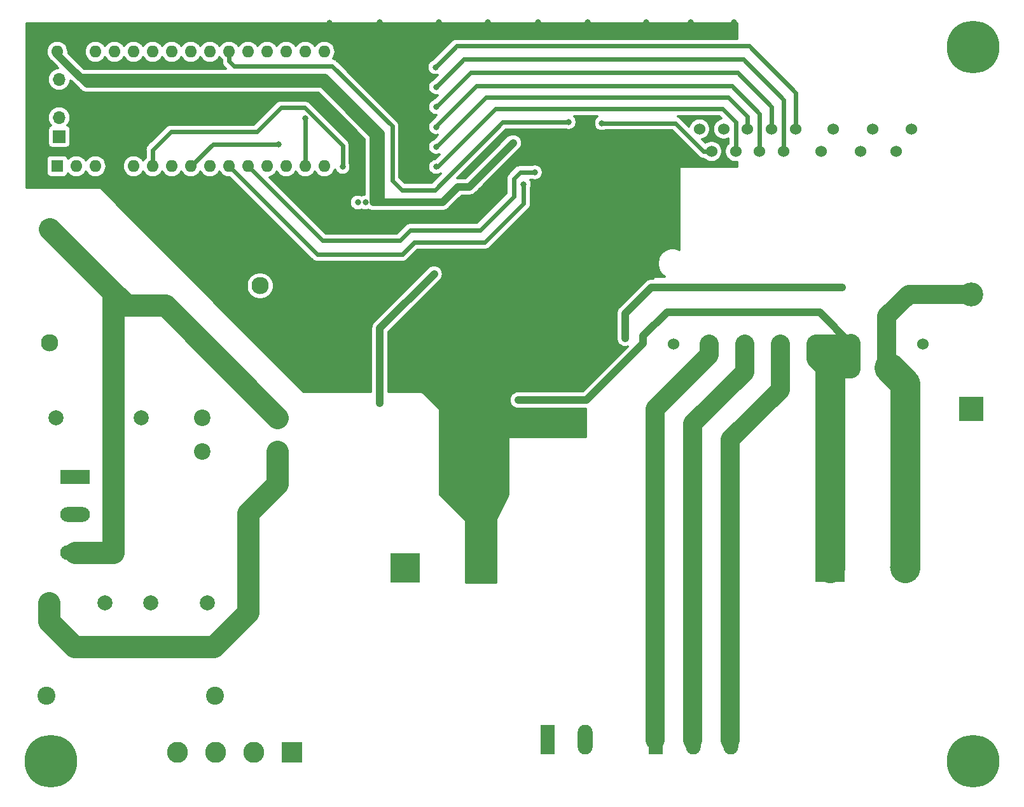
<source format=gbr>
G04 #@! TF.GenerationSoftware,KiCad,Pcbnew,(5.1.2)-2*
G04 #@! TF.CreationDate,2019-08-01T21:41:24-03:00*
G04 #@! TF.ProjectId,Frequency_Inverter,46726571-7565-46e6-9379-5f496e766572,rev?*
G04 #@! TF.SameCoordinates,Original*
G04 #@! TF.FileFunction,Copper,L2,Bot*
G04 #@! TF.FilePolarity,Positive*
%FSLAX46Y46*%
G04 Gerber Fmt 4.6, Leading zero omitted, Abs format (unit mm)*
G04 Created by KiCad (PCBNEW (5.1.2)-2) date 2019-08-01 21:41:24*
%MOMM*%
%LPD*%
G04 APERTURE LIST*
%ADD10R,1.600000X1.600000*%
%ADD11O,1.600000X1.600000*%
%ADD12O,1.700000X1.700000*%
%ADD13R,1.700000X1.700000*%
%ADD14C,2.300000*%
%ADD15R,2.300000X2.000000*%
%ADD16C,2.000000*%
%ADD17C,2.400000*%
%ADD18R,4.000000X4.000000*%
%ADD19C,4.000000*%
%ADD20C,2.800000*%
%ADD21R,2.800000X2.800000*%
%ADD22O,3.200000X3.200000*%
%ADD23R,3.200000X3.200000*%
%ADD24C,2.200000*%
%ADD25O,3.960000X1.980000*%
%ADD26R,3.960000X1.980000*%
%ADD27R,1.980000X3.960000*%
%ADD28O,1.980000X3.960000*%
%ADD29C,1.524000*%
%ADD30C,0.800000*%
%ADD31C,7.000000*%
%ADD32C,2.500000*%
%ADD33C,4.000000*%
%ADD34C,0.600000*%
%ADD35C,1.000000*%
%ADD36C,3.000000*%
%ADD37C,2.000000*%
%ADD38C,0.354000*%
G04 APERTURE END LIST*
D10*
X81153000Y-65773300D03*
D11*
X114173000Y-50533300D03*
X83693000Y-65773300D03*
X111633000Y-50533300D03*
X86233000Y-65773300D03*
X109093000Y-50533300D03*
X88773000Y-65773300D03*
X106553000Y-50533300D03*
X91313000Y-65773300D03*
X104013000Y-50533300D03*
X93853000Y-65773300D03*
X101473000Y-50533300D03*
X96393000Y-65773300D03*
X98933000Y-50533300D03*
X98933000Y-65773300D03*
X96393000Y-50533300D03*
X101473000Y-65773300D03*
X93853000Y-50533300D03*
X104013000Y-65773300D03*
X91313000Y-50533300D03*
X106553000Y-65773300D03*
X88773000Y-50533300D03*
X109093000Y-65773300D03*
X86233000Y-50533300D03*
X111633000Y-65773300D03*
X83693000Y-50533300D03*
X114173000Y-65773300D03*
X81153000Y-50533300D03*
X116713000Y-65773300D03*
X116713000Y-50533300D03*
D12*
X81407000Y-54229000D03*
X81407000Y-56769000D03*
X81407000Y-59309000D03*
D13*
X81407000Y-61849000D03*
D14*
X108162400Y-74104500D03*
D15*
X80162400Y-74104500D03*
D14*
X80162400Y-89304500D03*
X108162400Y-81704500D03*
D16*
X101117400Y-123952000D03*
X93617400Y-123952000D03*
D17*
X102158800Y-136309100D03*
X79658800Y-136309100D03*
D16*
X80028400Y-123952000D03*
X87528400Y-123952000D03*
D18*
X127457200Y-119265700D03*
D19*
X137457200Y-119265700D03*
X193997600Y-119202200D03*
D18*
X183997600Y-119202200D03*
D20*
X97155000Y-143840200D03*
X102235000Y-143840200D03*
X107315000Y-143840200D03*
D21*
X112395000Y-143840200D03*
D22*
X202831700Y-82829400D03*
D23*
X202831700Y-98069400D03*
D16*
X92354400Y-99250500D03*
X80954400Y-99250500D03*
D24*
X110457000Y-103759000D03*
X110457000Y-99259000D03*
X100457000Y-99259000D03*
X100457000Y-103759000D03*
D25*
X83489800Y-117188000D03*
X83489800Y-112188000D03*
D26*
X83489800Y-107188000D03*
D27*
X146431000Y-142113000D03*
D28*
X151431000Y-142113000D03*
D27*
X160782000Y-142113000D03*
D28*
X165782000Y-142113000D03*
X170782000Y-142113000D03*
D29*
X184442800Y-60820300D03*
X182842800Y-63820300D03*
X164642800Y-63820300D03*
X166642800Y-60820300D03*
X168242800Y-63820300D03*
X169842800Y-60820300D03*
X171442800Y-63820300D03*
X173042800Y-60820300D03*
X174642800Y-63820300D03*
X176242800Y-60820300D03*
X177842800Y-63820300D03*
X179442800Y-60820300D03*
X194842800Y-60820300D03*
X192842800Y-63820300D03*
X189642800Y-60820300D03*
X188042800Y-63820300D03*
X163187800Y-89420300D03*
X167917800Y-89420300D03*
X172647800Y-89420300D03*
X177377800Y-89420300D03*
X182107800Y-89420300D03*
X186837800Y-89420300D03*
X191567800Y-89420300D03*
X196352800Y-89420300D03*
D30*
X82120155Y-143177845D03*
X80264000Y-142409000D03*
X78407845Y-143177845D03*
X77639000Y-145034000D03*
X78407845Y-146890155D03*
X80264000Y-147659000D03*
X82120155Y-146890155D03*
X82889000Y-145034000D03*
D31*
X80264000Y-145034000D03*
D30*
X204929155Y-143177845D03*
X203073000Y-142409000D03*
X201216845Y-143177845D03*
X200448000Y-145034000D03*
X201216845Y-146890155D03*
X203073000Y-147659000D03*
X204929155Y-146890155D03*
X205698000Y-145034000D03*
D31*
X203073000Y-145034000D03*
D30*
X204929155Y-48054845D03*
X203073000Y-47286000D03*
X201216845Y-48054845D03*
X200448000Y-49911000D03*
X201216845Y-51767155D03*
X203073000Y-52536000D03*
X204929155Y-51767155D03*
X205698000Y-49911000D03*
D31*
X203073000Y-49911000D03*
D30*
X106807000Y-57404000D03*
X102489000Y-58928000D03*
X97282000Y-56896000D03*
X93091000Y-60071000D03*
X86487000Y-59055000D03*
X78105000Y-47752000D03*
X83693000Y-47752000D03*
X89789000Y-47752000D03*
X96139000Y-47752000D03*
X102108000Y-47752000D03*
X109093000Y-47625000D03*
X117348000Y-46736000D03*
X124079000Y-46609000D03*
X131953000Y-46609000D03*
X138430000Y-46609000D03*
X145161000Y-46609000D03*
X151765000Y-46609000D03*
X159512000Y-46609000D03*
X165481000Y-46609000D03*
X171196000Y-46609000D03*
X156718000Y-69723000D03*
X160655000Y-66802000D03*
X162941000Y-70358000D03*
X157734000Y-79375000D03*
X149860000Y-82677000D03*
X152273000Y-81407000D03*
X144399000Y-85344000D03*
X145542000Y-86614000D03*
X147447000Y-85471000D03*
X147701000Y-87757000D03*
X149860000Y-88011000D03*
X153924000Y-86614000D03*
X152781000Y-83820000D03*
X155321000Y-84074000D03*
X78105000Y-51689000D03*
X78105000Y-56261000D03*
X78105000Y-60706000D03*
X78105000Y-66802000D03*
X133985000Y-109728000D03*
X137457200Y-109855000D03*
X137457200Y-114300000D03*
X139402800Y-106553000D03*
X133985000Y-106426000D03*
X137457200Y-104267000D03*
X133985000Y-101854000D03*
X138468158Y-100330000D03*
X84582000Y-68072000D03*
X112903000Y-94361000D03*
X107569000Y-89154000D03*
X103124000Y-84455000D03*
X98552000Y-79629000D03*
X93980000Y-75184000D03*
X89281000Y-70739000D03*
X121920000Y-94361000D03*
X128778000Y-94234000D03*
X140843000Y-94742000D03*
X143637000Y-100457000D03*
X150876000Y-100457000D03*
X117729000Y-88646000D03*
X134112000Y-89281000D03*
X126365000Y-72771000D03*
X117983000Y-72517000D03*
X111760000Y-68072000D03*
X116967000Y-69469000D03*
X103251000Y-68072000D03*
X96901000Y-68199000D03*
X99695000Y-74104500D03*
X95504000Y-71120000D03*
X101346000Y-70739000D03*
X103505000Y-79121000D03*
X105156000Y-74104500D03*
X110998000Y-77851000D03*
X110744000Y-85979000D03*
X122174000Y-87376000D03*
X128651000Y-67437000D03*
X131953000Y-49911000D03*
X128016000Y-49911000D03*
X118872000Y-50165000D03*
X123063000Y-50165000D03*
X90551000Y-56642000D03*
X144399000Y-61595000D03*
X143256000Y-64516000D03*
X137541000Y-68961000D03*
X144780000Y-68199000D03*
X148082000Y-64135000D03*
X152781000Y-61595000D03*
X168275000Y-59563000D03*
X164592000Y-59436000D03*
X160274000Y-73914000D03*
X119761000Y-79756000D03*
X129286000Y-78994000D03*
X144399000Y-81026000D03*
X144399000Y-76708000D03*
X147828000Y-72644000D03*
X147574000Y-78232000D03*
X146812000Y-75565000D03*
X154305000Y-91694000D03*
X132588000Y-96266000D03*
X135255000Y-98679000D03*
X135255000Y-70104000D03*
X128143000Y-89408000D03*
X137414000Y-78740000D03*
X149225000Y-59918600D03*
X119126000Y-65862206D03*
X110617000Y-62865000D03*
X143230600Y-68173600D03*
X144729200Y-66598800D03*
X114173000Y-59436000D03*
X124206000Y-70612000D03*
X123190000Y-70612000D03*
X121158000Y-70612000D03*
X122174000Y-70612000D03*
X141833600Y-62687200D03*
X124104400Y-97307400D03*
X131318000Y-80137000D03*
X142519400Y-96922700D03*
X131495800Y-52590700D03*
X131572000Y-55247540D03*
X131572000Y-57904380D03*
X131572000Y-60561220D03*
X131572000Y-63218060D03*
X131572000Y-65874900D03*
X153644600Y-60045600D03*
X156747100Y-88671400D03*
X185597800Y-81915000D03*
D32*
X191567800Y-89420300D02*
X191567800Y-85749400D01*
X191567800Y-85749400D02*
X194487800Y-82829400D01*
X191567800Y-89420300D02*
X191567800Y-92634800D01*
D33*
X194030600Y-94716600D02*
X191897000Y-92583000D01*
X194030600Y-119265700D02*
X194030600Y-94716600D01*
D32*
X194487800Y-82829400D02*
X202831700Y-82829400D01*
D34*
X140436600Y-59918600D02*
X149225000Y-59918600D01*
X131394200Y-68961000D02*
X140436600Y-59918600D01*
X127000000Y-68961000D02*
X131394200Y-68961000D01*
X104013000Y-51816000D02*
X104648000Y-52451000D01*
X104013000Y-50533300D02*
X104013000Y-51816000D01*
X104648000Y-52451000D02*
X117729000Y-52451000D01*
X117729000Y-52451000D02*
X125730000Y-60452000D01*
X125730000Y-60452000D02*
X125730000Y-67691000D01*
X125730000Y-67691000D02*
X127000000Y-68961000D01*
X119126000Y-65296521D02*
X119126000Y-65862206D01*
X119126000Y-63035915D02*
X119126000Y-65296521D01*
X93853000Y-63627000D02*
X96266000Y-61214000D01*
X93853000Y-65773300D02*
X93853000Y-63627000D01*
X96266000Y-61214000D02*
X107696000Y-61214000D01*
X107696000Y-61214000D02*
X110921800Y-57988200D01*
X110921800Y-57988200D02*
X114078285Y-57988200D01*
X114078285Y-57988200D02*
X119126000Y-63035915D01*
X98933000Y-65773300D02*
X101841300Y-62865000D01*
X110051315Y-62865000D02*
X110617000Y-62865000D01*
X101841300Y-62865000D02*
X110051315Y-62865000D01*
X143230600Y-70764400D02*
X143230600Y-68173600D01*
X138049000Y-75946000D02*
X143230600Y-70764400D01*
X128651000Y-75946000D02*
X138049000Y-75946000D01*
X127076200Y-77520800D02*
X128651000Y-75946000D01*
X104013000Y-65773300D02*
X115760500Y-77520800D01*
X115760500Y-77520800D02*
X127076200Y-77520800D01*
X144163515Y-66598800D02*
X144729200Y-66598800D01*
X142748000Y-66598800D02*
X144163515Y-66598800D01*
X141909800Y-67437000D02*
X142748000Y-66598800D01*
X116471700Y-75692000D02*
X126746000Y-75692000D01*
X106553000Y-65773300D02*
X116471700Y-75692000D01*
X128143000Y-74295000D02*
X137414000Y-74295000D01*
X137414000Y-74295000D02*
X141909800Y-69799200D01*
X126746000Y-75692000D02*
X128143000Y-74295000D01*
X141909800Y-69799200D02*
X141909800Y-67437000D01*
X114173000Y-65773300D02*
X114173000Y-59436000D01*
D35*
X123190000Y-70612000D02*
X124206000Y-70612000D01*
X124206000Y-70612000D02*
X132410200Y-70612000D01*
X136067800Y-68453000D02*
X141833600Y-62687200D01*
X136017000Y-68503800D02*
X136067800Y-68453000D01*
X134493000Y-68503800D02*
X136017000Y-68503800D01*
X132410200Y-70586600D02*
X134493000Y-68503800D01*
X132410200Y-70612000D02*
X132410200Y-70586600D01*
X124206000Y-61391800D02*
X124206000Y-70612000D01*
X116789200Y-53975000D02*
X124206000Y-61391800D01*
X84201000Y-53975000D02*
X116789200Y-53975000D01*
X81153000Y-50533300D02*
X81153000Y-50927000D01*
X81153000Y-50927000D02*
X84201000Y-53975000D01*
X85090000Y-54864000D02*
X83566000Y-53340000D01*
X116408200Y-54864000D02*
X85090000Y-54864000D01*
X123240800Y-61696600D02*
X116408200Y-54864000D01*
X123240800Y-69995515D02*
X123240800Y-61696600D01*
X123190000Y-70612000D02*
X123190000Y-70046315D01*
X123190000Y-70046315D02*
X123240800Y-69995515D01*
D36*
X110457000Y-108110000D02*
X110457000Y-103759000D01*
X80028400Y-126383400D02*
X83439000Y-129794000D01*
X80028400Y-123952000D02*
X80028400Y-126383400D01*
X83439000Y-129794000D02*
X101981000Y-129794000D01*
X101981000Y-129794000D02*
X106553000Y-125222000D01*
X106553000Y-125222000D02*
X106553000Y-112014000D01*
X106553000Y-112014000D02*
X110457000Y-108110000D01*
D35*
X124104400Y-87350600D02*
X131318000Y-80137000D01*
X124104400Y-97307400D02*
X124104400Y-87350600D01*
D32*
X186842400Y-89417200D02*
X186842400Y-92786200D01*
X186837800Y-89420300D02*
X186837800Y-89412600D01*
X186837800Y-89412600D02*
X186842400Y-89417200D01*
X182107800Y-89420300D02*
X182107800Y-91201200D01*
X184556400Y-89420300D02*
X184556400Y-91846400D01*
X184556400Y-89420300D02*
X182107800Y-89420300D01*
X186837800Y-89420300D02*
X184556400Y-89420300D01*
X185496200Y-92786200D02*
X186842400Y-92786200D01*
X184556400Y-91846400D02*
X185496200Y-92786200D01*
X182107800Y-91422200D02*
X184030600Y-93345000D01*
X182107800Y-89420300D02*
X182107800Y-91422200D01*
D33*
X184030600Y-93345000D02*
X184030600Y-91701600D01*
D32*
X186075801Y-91299799D02*
X184030600Y-93345000D01*
X186837800Y-90537800D02*
X186075801Y-91299799D01*
X186837800Y-89420300D02*
X186837800Y-90537800D01*
D33*
X184030600Y-119265700D02*
X184030600Y-93345000D01*
D35*
X182634500Y-85217000D02*
X186837800Y-89420300D01*
D34*
X162306000Y-85217000D02*
X165506400Y-85217000D01*
D35*
X168630600Y-85217000D02*
X162306000Y-85217000D01*
X168630600Y-85217000D02*
X182634500Y-85217000D01*
X165506400Y-85217000D02*
X168630600Y-85217000D01*
X149809200Y-96922700D02*
X150799800Y-96922700D01*
X142519400Y-96922700D02*
X149809200Y-96922700D01*
X159131000Y-88392000D02*
X162306000Y-85217000D01*
X159131000Y-89408000D02*
X159131000Y-88392000D01*
X149809200Y-96922700D02*
X151616300Y-96922700D01*
X151616300Y-96922700D02*
X159131000Y-89408000D01*
D34*
X179442800Y-55998800D02*
X179442800Y-60820300D01*
X173228000Y-49784000D02*
X179442800Y-55998800D01*
X131495800Y-52590700D02*
X134302500Y-49784000D01*
X134302500Y-49784000D02*
X173228000Y-49784000D01*
X177842800Y-56938800D02*
X177842800Y-63820300D01*
X172466000Y-51562000D02*
X177842800Y-56938800D01*
X131572000Y-55247540D02*
X135257540Y-51562000D01*
X135257540Y-51562000D02*
X172466000Y-51562000D01*
X176242800Y-57878800D02*
X176242800Y-60820300D01*
X171704000Y-53340000D02*
X176242800Y-57878800D01*
X131572000Y-57904380D02*
X136136380Y-53340000D01*
X136136380Y-53340000D02*
X171704000Y-53340000D01*
X174642800Y-62742670D02*
X174642800Y-63820300D01*
X174642800Y-58818800D02*
X174642800Y-62742670D01*
X170942000Y-55118000D02*
X174642800Y-58818800D01*
X136906000Y-55118000D02*
X170942000Y-55118000D01*
X131572000Y-60561220D02*
X131572000Y-60452000D01*
X131572000Y-60452000D02*
X136906000Y-55118000D01*
X172974000Y-60751500D02*
X173042800Y-60820300D01*
X172974000Y-59182000D02*
X172974000Y-60751500D01*
X170434000Y-56642000D02*
X172974000Y-59182000D01*
X138176000Y-56642000D02*
X170434000Y-56642000D01*
X131572000Y-63218060D02*
X131599940Y-63218060D01*
X131599940Y-63218060D02*
X138176000Y-56642000D01*
X171442800Y-59936800D02*
X171442800Y-63820300D01*
X169672000Y-58166000D02*
X171442800Y-59936800D01*
X139446000Y-58166000D02*
X169672000Y-58166000D01*
X131572000Y-65874900D02*
X131737100Y-65874900D01*
X131737100Y-65874900D02*
X139446000Y-58166000D01*
X163398200Y-60045600D02*
X159816800Y-60045600D01*
X168242800Y-63820300D02*
X167172900Y-63820300D01*
X167172900Y-63820300D02*
X163398200Y-60045600D01*
X159816800Y-60045600D02*
X153644600Y-60045600D01*
D35*
X156747100Y-88671400D02*
X156747100Y-85445600D01*
X156747100Y-85445600D02*
X156747100Y-85416500D01*
X156747100Y-85416500D02*
X160248600Y-81915000D01*
X160248600Y-81915000D02*
X185597800Y-81915000D01*
D36*
X83489800Y-117233700D02*
X88595200Y-117233700D01*
X88620600Y-82562700D02*
X80162400Y-74104500D01*
D37*
X88595200Y-117233700D02*
X88620600Y-117208300D01*
D36*
X88595200Y-117233700D02*
X88595200Y-109250500D01*
X88620600Y-117208300D02*
X88620600Y-103708200D01*
X88620600Y-103708200D02*
X88620600Y-82562700D01*
X90385900Y-84328000D02*
X88620600Y-82562700D01*
X110457000Y-99259000D02*
X95526000Y-84328000D01*
X95526000Y-84328000D02*
X90385900Y-84328000D01*
D32*
X170738800Y-102158800D02*
X177377800Y-95519800D01*
X170738800Y-142189200D02*
X170738800Y-102158800D01*
X177377800Y-95519800D02*
X177377800Y-89420300D01*
X165738800Y-100072200D02*
X172647800Y-93163200D01*
X172647800Y-93163200D02*
X172647800Y-89420300D01*
X165738800Y-142189200D02*
X165738800Y-100072200D01*
X160738800Y-98087200D02*
X160738800Y-142189200D01*
X167917800Y-89420300D02*
X167917800Y-90908200D01*
X167917800Y-90908200D02*
X160738800Y-98087200D01*
D38*
G36*
X171654000Y-48799000D02*
G01*
X134350879Y-48799000D01*
X134302499Y-48794235D01*
X134109405Y-48813253D01*
X134066191Y-48826362D01*
X133923733Y-48869576D01*
X133752616Y-48961040D01*
X133602630Y-49084130D01*
X133571784Y-49121716D01*
X131122619Y-51570881D01*
X130981860Y-51629185D01*
X130804153Y-51747925D01*
X130653025Y-51899053D01*
X130534285Y-52076760D01*
X130452496Y-52274217D01*
X130410800Y-52483837D01*
X130410800Y-52697563D01*
X130452496Y-52907183D01*
X130534285Y-53104640D01*
X130653025Y-53282347D01*
X130804153Y-53433475D01*
X130981860Y-53552215D01*
X131179317Y-53634004D01*
X131388937Y-53675700D01*
X131602663Y-53675700D01*
X131787632Y-53638907D01*
X131198819Y-54227721D01*
X131058060Y-54286025D01*
X130880353Y-54404765D01*
X130729225Y-54555893D01*
X130610485Y-54733600D01*
X130528696Y-54931057D01*
X130487000Y-55140677D01*
X130487000Y-55354403D01*
X130528696Y-55564023D01*
X130610485Y-55761480D01*
X130729225Y-55939187D01*
X130880353Y-56090315D01*
X131058060Y-56209055D01*
X131255517Y-56290844D01*
X131465137Y-56332540D01*
X131678863Y-56332540D01*
X131768712Y-56314668D01*
X131198819Y-56884561D01*
X131058060Y-56942865D01*
X130880353Y-57061605D01*
X130729225Y-57212733D01*
X130610485Y-57390440D01*
X130528696Y-57587897D01*
X130487000Y-57797517D01*
X130487000Y-58011243D01*
X130528696Y-58220863D01*
X130610485Y-58418320D01*
X130729225Y-58596027D01*
X130880353Y-58747155D01*
X131058060Y-58865895D01*
X131255517Y-58947684D01*
X131465137Y-58989380D01*
X131641620Y-58989380D01*
X130977399Y-59653601D01*
X130880353Y-59718445D01*
X130729225Y-59869573D01*
X130610485Y-60047280D01*
X130528696Y-60244737D01*
X130487000Y-60454357D01*
X130487000Y-60668083D01*
X130528696Y-60877703D01*
X130610485Y-61075160D01*
X130729225Y-61252867D01*
X130880353Y-61403995D01*
X131058060Y-61522735D01*
X131255517Y-61604524D01*
X131465137Y-61646220D01*
X131678863Y-61646220D01*
X131803590Y-61621410D01*
X131246515Y-62178485D01*
X131058060Y-62256545D01*
X130880353Y-62375285D01*
X130729225Y-62526413D01*
X130610485Y-62704120D01*
X130528696Y-62901577D01*
X130487000Y-63111197D01*
X130487000Y-63324923D01*
X130528696Y-63534543D01*
X130610485Y-63732000D01*
X130729225Y-63909707D01*
X130880353Y-64060835D01*
X131058060Y-64179575D01*
X131255517Y-64261364D01*
X131465137Y-64303060D01*
X131678863Y-64303060D01*
X131888483Y-64261364D01*
X132006534Y-64212466D01*
X131420152Y-64798848D01*
X131255517Y-64831596D01*
X131058060Y-64913385D01*
X130880353Y-65032125D01*
X130729225Y-65183253D01*
X130610485Y-65360960D01*
X130528696Y-65558417D01*
X130487000Y-65768037D01*
X130487000Y-65981763D01*
X130528696Y-66191383D01*
X130610485Y-66388840D01*
X130729225Y-66566547D01*
X130880353Y-66717675D01*
X131058060Y-66836415D01*
X131255517Y-66918204D01*
X131465137Y-66959900D01*
X131678863Y-66959900D01*
X131888483Y-66918204D01*
X132085940Y-66836415D01*
X132206019Y-66756181D01*
X130986200Y-67976000D01*
X127408000Y-67976000D01*
X126715000Y-67283000D01*
X126715000Y-60500380D01*
X126719765Y-60452000D01*
X126700747Y-60258906D01*
X126644424Y-60073233D01*
X126552960Y-59902116D01*
X126460710Y-59789709D01*
X126429870Y-59752130D01*
X126392290Y-59721289D01*
X118459716Y-51788716D01*
X118428870Y-51751130D01*
X118278884Y-51628040D01*
X118107767Y-51536576D01*
X117922094Y-51480253D01*
X117861790Y-51474314D01*
X117953706Y-51362314D01*
X118091599Y-51104334D01*
X118176513Y-50824411D01*
X118205185Y-50533300D01*
X118176513Y-50242189D01*
X118091599Y-49962266D01*
X117953706Y-49704286D01*
X117768134Y-49478166D01*
X117542014Y-49292594D01*
X117284034Y-49154701D01*
X117004111Y-49069787D01*
X116785950Y-49048300D01*
X116640050Y-49048300D01*
X116421889Y-49069787D01*
X116141966Y-49154701D01*
X115883986Y-49292594D01*
X115657866Y-49478166D01*
X115472294Y-49704286D01*
X115443000Y-49759091D01*
X115413706Y-49704286D01*
X115228134Y-49478166D01*
X115002014Y-49292594D01*
X114744034Y-49154701D01*
X114464111Y-49069787D01*
X114245950Y-49048300D01*
X114100050Y-49048300D01*
X113881889Y-49069787D01*
X113601966Y-49154701D01*
X113343986Y-49292594D01*
X113117866Y-49478166D01*
X112932294Y-49704286D01*
X112903000Y-49759091D01*
X112873706Y-49704286D01*
X112688134Y-49478166D01*
X112462014Y-49292594D01*
X112204034Y-49154701D01*
X111924111Y-49069787D01*
X111705950Y-49048300D01*
X111560050Y-49048300D01*
X111341889Y-49069787D01*
X111061966Y-49154701D01*
X110803986Y-49292594D01*
X110577866Y-49478166D01*
X110392294Y-49704286D01*
X110363000Y-49759091D01*
X110333706Y-49704286D01*
X110148134Y-49478166D01*
X109922014Y-49292594D01*
X109664034Y-49154701D01*
X109384111Y-49069787D01*
X109165950Y-49048300D01*
X109020050Y-49048300D01*
X108801889Y-49069787D01*
X108521966Y-49154701D01*
X108263986Y-49292594D01*
X108037866Y-49478166D01*
X107852294Y-49704286D01*
X107823000Y-49759091D01*
X107793706Y-49704286D01*
X107608134Y-49478166D01*
X107382014Y-49292594D01*
X107124034Y-49154701D01*
X106844111Y-49069787D01*
X106625950Y-49048300D01*
X106480050Y-49048300D01*
X106261889Y-49069787D01*
X105981966Y-49154701D01*
X105723986Y-49292594D01*
X105497866Y-49478166D01*
X105312294Y-49704286D01*
X105283000Y-49759091D01*
X105253706Y-49704286D01*
X105068134Y-49478166D01*
X104842014Y-49292594D01*
X104584034Y-49154701D01*
X104304111Y-49069787D01*
X104085950Y-49048300D01*
X103940050Y-49048300D01*
X103721889Y-49069787D01*
X103441966Y-49154701D01*
X103183986Y-49292594D01*
X102957866Y-49478166D01*
X102772294Y-49704286D01*
X102743000Y-49759091D01*
X102713706Y-49704286D01*
X102528134Y-49478166D01*
X102302014Y-49292594D01*
X102044034Y-49154701D01*
X101764111Y-49069787D01*
X101545950Y-49048300D01*
X101400050Y-49048300D01*
X101181889Y-49069787D01*
X100901966Y-49154701D01*
X100643986Y-49292594D01*
X100417866Y-49478166D01*
X100232294Y-49704286D01*
X100203000Y-49759091D01*
X100173706Y-49704286D01*
X99988134Y-49478166D01*
X99762014Y-49292594D01*
X99504034Y-49154701D01*
X99224111Y-49069787D01*
X99005950Y-49048300D01*
X98860050Y-49048300D01*
X98641889Y-49069787D01*
X98361966Y-49154701D01*
X98103986Y-49292594D01*
X97877866Y-49478166D01*
X97692294Y-49704286D01*
X97663000Y-49759091D01*
X97633706Y-49704286D01*
X97448134Y-49478166D01*
X97222014Y-49292594D01*
X96964034Y-49154701D01*
X96684111Y-49069787D01*
X96465950Y-49048300D01*
X96320050Y-49048300D01*
X96101889Y-49069787D01*
X95821966Y-49154701D01*
X95563986Y-49292594D01*
X95337866Y-49478166D01*
X95152294Y-49704286D01*
X95123000Y-49759091D01*
X95093706Y-49704286D01*
X94908134Y-49478166D01*
X94682014Y-49292594D01*
X94424034Y-49154701D01*
X94144111Y-49069787D01*
X93925950Y-49048300D01*
X93780050Y-49048300D01*
X93561889Y-49069787D01*
X93281966Y-49154701D01*
X93023986Y-49292594D01*
X92797866Y-49478166D01*
X92612294Y-49704286D01*
X92583000Y-49759091D01*
X92553706Y-49704286D01*
X92368134Y-49478166D01*
X92142014Y-49292594D01*
X91884034Y-49154701D01*
X91604111Y-49069787D01*
X91385950Y-49048300D01*
X91240050Y-49048300D01*
X91021889Y-49069787D01*
X90741966Y-49154701D01*
X90483986Y-49292594D01*
X90257866Y-49478166D01*
X90072294Y-49704286D01*
X90043000Y-49759091D01*
X90013706Y-49704286D01*
X89828134Y-49478166D01*
X89602014Y-49292594D01*
X89344034Y-49154701D01*
X89064111Y-49069787D01*
X88845950Y-49048300D01*
X88700050Y-49048300D01*
X88481889Y-49069787D01*
X88201966Y-49154701D01*
X87943986Y-49292594D01*
X87717866Y-49478166D01*
X87532294Y-49704286D01*
X87503000Y-49759091D01*
X87473706Y-49704286D01*
X87288134Y-49478166D01*
X87062014Y-49292594D01*
X86804034Y-49154701D01*
X86524111Y-49069787D01*
X86305950Y-49048300D01*
X86160050Y-49048300D01*
X85941889Y-49069787D01*
X85661966Y-49154701D01*
X85403986Y-49292594D01*
X85177866Y-49478166D01*
X84992294Y-49704286D01*
X84854401Y-49962266D01*
X84769487Y-50242189D01*
X84740815Y-50533300D01*
X84769487Y-50824411D01*
X84854401Y-51104334D01*
X84992294Y-51362314D01*
X85177866Y-51588434D01*
X85403986Y-51774006D01*
X85661966Y-51911899D01*
X85941889Y-51996813D01*
X86160050Y-52018300D01*
X86305950Y-52018300D01*
X86524111Y-51996813D01*
X86804034Y-51911899D01*
X87062014Y-51774006D01*
X87288134Y-51588434D01*
X87473706Y-51362314D01*
X87503000Y-51307509D01*
X87532294Y-51362314D01*
X87717866Y-51588434D01*
X87943986Y-51774006D01*
X88201966Y-51911899D01*
X88481889Y-51996813D01*
X88700050Y-52018300D01*
X88845950Y-52018300D01*
X89064111Y-51996813D01*
X89344034Y-51911899D01*
X89602014Y-51774006D01*
X89828134Y-51588434D01*
X90013706Y-51362314D01*
X90043000Y-51307509D01*
X90072294Y-51362314D01*
X90257866Y-51588434D01*
X90483986Y-51774006D01*
X90741966Y-51911899D01*
X91021889Y-51996813D01*
X91240050Y-52018300D01*
X91385950Y-52018300D01*
X91604111Y-51996813D01*
X91884034Y-51911899D01*
X92142014Y-51774006D01*
X92368134Y-51588434D01*
X92553706Y-51362314D01*
X92583000Y-51307509D01*
X92612294Y-51362314D01*
X92797866Y-51588434D01*
X93023986Y-51774006D01*
X93281966Y-51911899D01*
X93561889Y-51996813D01*
X93780050Y-52018300D01*
X93925950Y-52018300D01*
X94144111Y-51996813D01*
X94424034Y-51911899D01*
X94682014Y-51774006D01*
X94908134Y-51588434D01*
X95093706Y-51362314D01*
X95123000Y-51307509D01*
X95152294Y-51362314D01*
X95337866Y-51588434D01*
X95563986Y-51774006D01*
X95821966Y-51911899D01*
X96101889Y-51996813D01*
X96320050Y-52018300D01*
X96465950Y-52018300D01*
X96684111Y-51996813D01*
X96964034Y-51911899D01*
X97222014Y-51774006D01*
X97448134Y-51588434D01*
X97633706Y-51362314D01*
X97663000Y-51307509D01*
X97692294Y-51362314D01*
X97877866Y-51588434D01*
X98103986Y-51774006D01*
X98361966Y-51911899D01*
X98641889Y-51996813D01*
X98860050Y-52018300D01*
X99005950Y-52018300D01*
X99224111Y-51996813D01*
X99504034Y-51911899D01*
X99762014Y-51774006D01*
X99988134Y-51588434D01*
X100173706Y-51362314D01*
X100203000Y-51307509D01*
X100232294Y-51362314D01*
X100417866Y-51588434D01*
X100643986Y-51774006D01*
X100901966Y-51911899D01*
X101181889Y-51996813D01*
X101400050Y-52018300D01*
X101545950Y-52018300D01*
X101764111Y-51996813D01*
X102044034Y-51911899D01*
X102302014Y-51774006D01*
X102528134Y-51588434D01*
X102713706Y-51362314D01*
X102743000Y-51307509D01*
X102772294Y-51362314D01*
X102957866Y-51588434D01*
X103028001Y-51645992D01*
X103028001Y-51767611D01*
X103023235Y-51816000D01*
X103042253Y-52009093D01*
X103098576Y-52194766D01*
X103132326Y-52257907D01*
X103190041Y-52365884D01*
X103313131Y-52515870D01*
X103350711Y-52546711D01*
X103594000Y-52790000D01*
X84691843Y-52790000D01*
X82626352Y-50724510D01*
X82645185Y-50533300D01*
X82616513Y-50242189D01*
X82531599Y-49962266D01*
X82393706Y-49704286D01*
X82208134Y-49478166D01*
X81982014Y-49292594D01*
X81724034Y-49154701D01*
X81444111Y-49069787D01*
X81225950Y-49048300D01*
X81080050Y-49048300D01*
X80861889Y-49069787D01*
X80581966Y-49154701D01*
X80323986Y-49292594D01*
X80097866Y-49478166D01*
X79912294Y-49704286D01*
X79774401Y-49962266D01*
X79689487Y-50242189D01*
X79660815Y-50533300D01*
X79689487Y-50824411D01*
X79774401Y-51104334D01*
X79912294Y-51362314D01*
X80097866Y-51588434D01*
X80296937Y-51751807D01*
X80311026Y-51768975D01*
X80356236Y-51806078D01*
X81251997Y-52701839D01*
X81106087Y-52716210D01*
X80816739Y-52803983D01*
X80550073Y-52946519D01*
X80316339Y-53138339D01*
X80124519Y-53372073D01*
X79981983Y-53638739D01*
X79894210Y-53928087D01*
X79864573Y-54229000D01*
X79894210Y-54529913D01*
X79981983Y-54819261D01*
X80124519Y-55085927D01*
X80316339Y-55319661D01*
X80550073Y-55511481D01*
X80816739Y-55654017D01*
X81106087Y-55741790D01*
X81331592Y-55764000D01*
X81482408Y-55764000D01*
X81707913Y-55741790D01*
X81997261Y-55654017D01*
X82263927Y-55511481D01*
X82497661Y-55319661D01*
X82689481Y-55085927D01*
X82832017Y-54819261D01*
X82919790Y-54529913D01*
X82934161Y-54384004D01*
X83321922Y-54771765D01*
X83359025Y-54816975D01*
X83404235Y-54854078D01*
X84210922Y-55660765D01*
X84248025Y-55705975D01*
X84428464Y-55854058D01*
X84634326Y-55964094D01*
X84857700Y-56031853D01*
X85031793Y-56049000D01*
X85031802Y-56049000D01*
X85089999Y-56054732D01*
X85148196Y-56049000D01*
X115917358Y-56049000D01*
X122055801Y-62187444D01*
X122055800Y-69529255D01*
X121857517Y-69568696D01*
X121666000Y-69648025D01*
X121474483Y-69568696D01*
X121264863Y-69527000D01*
X121051137Y-69527000D01*
X120841517Y-69568696D01*
X120644060Y-69650485D01*
X120466353Y-69769225D01*
X120315225Y-69920353D01*
X120196485Y-70098060D01*
X120114696Y-70295517D01*
X120073000Y-70505137D01*
X120073000Y-70718863D01*
X120114696Y-70928483D01*
X120196485Y-71125940D01*
X120315225Y-71303647D01*
X120466353Y-71454775D01*
X120644060Y-71573515D01*
X120841517Y-71655304D01*
X121051137Y-71697000D01*
X121264863Y-71697000D01*
X121474483Y-71655304D01*
X121666000Y-71575975D01*
X121857517Y-71655304D01*
X122067137Y-71697000D01*
X122280863Y-71697000D01*
X122490483Y-71655304D01*
X122568005Y-71623193D01*
X122734326Y-71712094D01*
X122957700Y-71779853D01*
X123190000Y-71802733D01*
X123248207Y-71797000D01*
X124147793Y-71797000D01*
X124206000Y-71802733D01*
X124264207Y-71797000D01*
X132351993Y-71797000D01*
X132410200Y-71802733D01*
X132468407Y-71797000D01*
X132642500Y-71779853D01*
X132865874Y-71712094D01*
X133071736Y-71602058D01*
X133252175Y-71453975D01*
X133400258Y-71273536D01*
X133401581Y-71271061D01*
X134983843Y-69688800D01*
X135958801Y-69688800D01*
X136017000Y-69694532D01*
X136075199Y-69688800D01*
X136075207Y-69688800D01*
X136249300Y-69671653D01*
X136472674Y-69603894D01*
X136678536Y-69493858D01*
X136858975Y-69345775D01*
X136896080Y-69300563D01*
X142712680Y-63483963D01*
X142823657Y-63348736D01*
X142933694Y-63142874D01*
X143001453Y-62919500D01*
X143024332Y-62687200D01*
X143001453Y-62454900D01*
X142933694Y-62231526D01*
X142823657Y-62025664D01*
X142675575Y-61845225D01*
X142495136Y-61697143D01*
X142289274Y-61587106D01*
X142065900Y-61519347D01*
X141833600Y-61496468D01*
X141601300Y-61519347D01*
X141377926Y-61587106D01*
X141172064Y-61697143D01*
X141036837Y-61808120D01*
X135526158Y-67318800D01*
X134551199Y-67318800D01*
X134492999Y-67313068D01*
X134434800Y-67318800D01*
X134434793Y-67318800D01*
X134428811Y-67319389D01*
X140844601Y-60903600D01*
X148767758Y-60903600D01*
X148908517Y-60961904D01*
X149118137Y-61003600D01*
X149331863Y-61003600D01*
X149541483Y-60961904D01*
X149738940Y-60880115D01*
X149916647Y-60761375D01*
X150067775Y-60610247D01*
X150186515Y-60432540D01*
X150268304Y-60235083D01*
X150310000Y-60025463D01*
X150310000Y-59811737D01*
X150268304Y-59602117D01*
X150186515Y-59404660D01*
X150067775Y-59226953D01*
X149991822Y-59151000D01*
X153030515Y-59151000D01*
X152952953Y-59202825D01*
X152801825Y-59353953D01*
X152683085Y-59531660D01*
X152601296Y-59729117D01*
X152559600Y-59938737D01*
X152559600Y-60152463D01*
X152601296Y-60362083D01*
X152683085Y-60559540D01*
X152801825Y-60737247D01*
X152952953Y-60888375D01*
X153130660Y-61007115D01*
X153328117Y-61088904D01*
X153537737Y-61130600D01*
X153751463Y-61130600D01*
X153961083Y-61088904D01*
X154101842Y-61030600D01*
X162990200Y-61030600D01*
X166442189Y-64482590D01*
X166473030Y-64520170D01*
X166623016Y-64643260D01*
X166794133Y-64734724D01*
X166979806Y-64791047D01*
X167172900Y-64810065D01*
X167185007Y-64808873D01*
X167320392Y-64944258D01*
X167557389Y-65102614D01*
X167820726Y-65211692D01*
X168100283Y-65267300D01*
X168385317Y-65267300D01*
X168664874Y-65211692D01*
X168928211Y-65102614D01*
X169165208Y-64944258D01*
X169366758Y-64742708D01*
X169525114Y-64505711D01*
X169634192Y-64242374D01*
X169689800Y-63962817D01*
X169689800Y-63677783D01*
X169634192Y-63398226D01*
X169525114Y-63134889D01*
X169366758Y-62897892D01*
X169165208Y-62696342D01*
X168928211Y-62537986D01*
X168664874Y-62428908D01*
X168385317Y-62373300D01*
X168100283Y-62373300D01*
X167820726Y-62428908D01*
X167557389Y-62537986D01*
X167393256Y-62647656D01*
X166975142Y-62229541D01*
X167064874Y-62211692D01*
X167328211Y-62102614D01*
X167565208Y-61944258D01*
X167766758Y-61742708D01*
X167925114Y-61505711D01*
X168034192Y-61242374D01*
X168089800Y-60962817D01*
X168089800Y-60677783D01*
X168034192Y-60398226D01*
X167925114Y-60134889D01*
X167766758Y-59897892D01*
X167565208Y-59696342D01*
X167328211Y-59537986D01*
X167064874Y-59428908D01*
X166785317Y-59373300D01*
X166500283Y-59373300D01*
X166220726Y-59428908D01*
X165957389Y-59537986D01*
X165720392Y-59696342D01*
X165518842Y-59897892D01*
X165360486Y-60134889D01*
X165251408Y-60398226D01*
X165233559Y-60487959D01*
X164128916Y-59383316D01*
X164098070Y-59345730D01*
X163948084Y-59222640D01*
X163814055Y-59151000D01*
X169264000Y-59151000D01*
X169521802Y-59408802D01*
X169420726Y-59428908D01*
X169157389Y-59537986D01*
X168920392Y-59696342D01*
X168718842Y-59897892D01*
X168560486Y-60134889D01*
X168451408Y-60398226D01*
X168395800Y-60677783D01*
X168395800Y-60962817D01*
X168451408Y-61242374D01*
X168560486Y-61505711D01*
X168718842Y-61742708D01*
X168920392Y-61944258D01*
X169157389Y-62102614D01*
X169420726Y-62211692D01*
X169700283Y-62267300D01*
X169985317Y-62267300D01*
X170264874Y-62211692D01*
X170457801Y-62131779D01*
X170457801Y-62758933D01*
X170318842Y-62897892D01*
X170160486Y-63134889D01*
X170051408Y-63398226D01*
X169995800Y-63677783D01*
X169995800Y-63962817D01*
X170051408Y-64242374D01*
X170160486Y-64505711D01*
X170318842Y-64742708D01*
X170520392Y-64944258D01*
X170757389Y-65102614D01*
X171020726Y-65211692D01*
X171300283Y-65267300D01*
X171585317Y-65267300D01*
X171654000Y-65253638D01*
X171654000Y-65863000D01*
X164084000Y-65863000D01*
X164049469Y-65866401D01*
X164016265Y-65876473D01*
X163985664Y-65892830D01*
X163958842Y-65914842D01*
X163936830Y-65941664D01*
X163920473Y-65972265D01*
X163910401Y-66005469D01*
X163907000Y-66040000D01*
X163907000Y-76884858D01*
X163661587Y-76783204D01*
X163268430Y-76705000D01*
X162867570Y-76705000D01*
X162474413Y-76783204D01*
X162104066Y-76936607D01*
X161770763Y-77159313D01*
X161487313Y-77442763D01*
X161264607Y-77776066D01*
X161111204Y-78146413D01*
X161033000Y-78539570D01*
X161033000Y-78940430D01*
X161111204Y-79333587D01*
X161264607Y-79703934D01*
X161487313Y-80037237D01*
X161770763Y-80320687D01*
X161991232Y-80468000D01*
X160655000Y-80468000D01*
X160620469Y-80471401D01*
X160587265Y-80481473D01*
X160556664Y-80497830D01*
X160529842Y-80519842D01*
X160507830Y-80546664D01*
X160491473Y-80577265D01*
X160481401Y-80610469D01*
X160478000Y-80645000D01*
X160478000Y-80730000D01*
X160306799Y-80730000D01*
X160248600Y-80724268D01*
X160190401Y-80730000D01*
X160190393Y-80730000D01*
X160016300Y-80747147D01*
X159792926Y-80814906D01*
X159587064Y-80924942D01*
X159406625Y-81073025D01*
X159369522Y-81118235D01*
X155950339Y-84537419D01*
X155905125Y-84574525D01*
X155757042Y-84754964D01*
X155647006Y-84960826D01*
X155579247Y-85184200D01*
X155562100Y-85358293D01*
X155562100Y-85358301D01*
X155556368Y-85416500D01*
X155562100Y-85474699D01*
X155562100Y-85503806D01*
X155562101Y-85503816D01*
X155562100Y-88729606D01*
X155579247Y-88903699D01*
X155647006Y-89127073D01*
X155757042Y-89332935D01*
X155905125Y-89513375D01*
X156085564Y-89661458D01*
X156291426Y-89771494D01*
X156514800Y-89839253D01*
X156747100Y-89862133D01*
X156979399Y-89839253D01*
X157043283Y-89819874D01*
X151125458Y-95737700D01*
X142461193Y-95737700D01*
X142287100Y-95754847D01*
X142063726Y-95822606D01*
X141857864Y-95932642D01*
X141677425Y-96080725D01*
X141529342Y-96261164D01*
X141419306Y-96467026D01*
X141351547Y-96690400D01*
X141328667Y-96922700D01*
X141351547Y-97155000D01*
X141419306Y-97378374D01*
X141529342Y-97584236D01*
X141677425Y-97764675D01*
X141857864Y-97912758D01*
X142063726Y-98022794D01*
X142287100Y-98090553D01*
X142461193Y-98107700D01*
X151461000Y-98107700D01*
X151461000Y-101804000D01*
X141351000Y-101804000D01*
X141316469Y-101807401D01*
X141283265Y-101817473D01*
X141252664Y-101833830D01*
X141225842Y-101855842D01*
X141203830Y-101882664D01*
X141187473Y-101913265D01*
X141177401Y-101946469D01*
X141174000Y-101981000D01*
X141174000Y-109559215D01*
X139541686Y-112823843D01*
X139529286Y-112856250D01*
X139523000Y-112903000D01*
X139523000Y-121235000D01*
X135559000Y-121235000D01*
X135559000Y-113030000D01*
X135555599Y-112995469D01*
X135545527Y-112962265D01*
X135529170Y-112931664D01*
X135507158Y-112904842D01*
X132130000Y-109527684D01*
X132130000Y-98298000D01*
X132126599Y-98263469D01*
X132116527Y-98230265D01*
X132100170Y-98199664D01*
X132078158Y-98172842D01*
X129792158Y-95886842D01*
X129765336Y-95864830D01*
X129734735Y-95848473D01*
X129701531Y-95838401D01*
X129667000Y-95835000D01*
X125289400Y-95835000D01*
X125289400Y-87841442D01*
X132197080Y-80933763D01*
X132308057Y-80798536D01*
X132418094Y-80592674D01*
X132485853Y-80369301D01*
X132508732Y-80137000D01*
X132485853Y-79904700D01*
X132418094Y-79681327D01*
X132308057Y-79475465D01*
X132159975Y-79295025D01*
X131979535Y-79146943D01*
X131773673Y-79036906D01*
X131550300Y-78969147D01*
X131318000Y-78946268D01*
X131085699Y-78969147D01*
X130862326Y-79036906D01*
X130656464Y-79146943D01*
X130521237Y-79257920D01*
X123307636Y-86471522D01*
X123262426Y-86508625D01*
X123225323Y-86553835D01*
X123225320Y-86553838D01*
X123200277Y-86584353D01*
X123114343Y-86689064D01*
X123055527Y-86799101D01*
X123004306Y-86894927D01*
X122936547Y-87118300D01*
X122913668Y-87350600D01*
X122919401Y-87408809D01*
X122919400Y-95835000D01*
X113865834Y-95835000D01*
X99696640Y-81523768D01*
X106327400Y-81523768D01*
X106327400Y-81885232D01*
X106397918Y-82239750D01*
X106536244Y-82573699D01*
X106737062Y-82874244D01*
X106992656Y-83129838D01*
X107293201Y-83330656D01*
X107627150Y-83468982D01*
X107981668Y-83539500D01*
X108343132Y-83539500D01*
X108697650Y-83468982D01*
X109031599Y-83330656D01*
X109332144Y-83129838D01*
X109587738Y-82874244D01*
X109788556Y-82573699D01*
X109926882Y-82239750D01*
X109997400Y-81885232D01*
X109997400Y-81523768D01*
X109926882Y-81169250D01*
X109788556Y-80835301D01*
X109587738Y-80534756D01*
X109332144Y-80279162D01*
X109031599Y-80078344D01*
X108697650Y-79940018D01*
X108343132Y-79869500D01*
X107981668Y-79869500D01*
X107627150Y-79940018D01*
X107293201Y-80078344D01*
X106992656Y-80279162D01*
X106737062Y-80534756D01*
X106536244Y-80835301D01*
X106397918Y-81169250D01*
X106327400Y-81523768D01*
X99696640Y-81523768D01*
X87009521Y-68709468D01*
X86982809Y-68687322D01*
X86952290Y-68670813D01*
X86919136Y-68660575D01*
X86883740Y-68657000D01*
X77104891Y-68657000D01*
X77103983Y-64973300D01*
X79664686Y-64973300D01*
X79664686Y-66573300D01*
X79677912Y-66707583D01*
X79717081Y-66836706D01*
X79780688Y-66955707D01*
X79866289Y-67060011D01*
X79970593Y-67145612D01*
X80089594Y-67209219D01*
X80218717Y-67248388D01*
X80353000Y-67261614D01*
X81953000Y-67261614D01*
X82087283Y-67248388D01*
X82216406Y-67209219D01*
X82335407Y-67145612D01*
X82439711Y-67060011D01*
X82525312Y-66955707D01*
X82588919Y-66836706D01*
X82603961Y-66787120D01*
X82637866Y-66828434D01*
X82863986Y-67014006D01*
X83121966Y-67151899D01*
X83401889Y-67236813D01*
X83620050Y-67258300D01*
X83765950Y-67258300D01*
X83984111Y-67236813D01*
X84264034Y-67151899D01*
X84522014Y-67014006D01*
X84748134Y-66828434D01*
X84933706Y-66602314D01*
X84963000Y-66547509D01*
X84992294Y-66602314D01*
X85177866Y-66828434D01*
X85403986Y-67014006D01*
X85661966Y-67151899D01*
X85941889Y-67236813D01*
X86160050Y-67258300D01*
X86305950Y-67258300D01*
X86524111Y-67236813D01*
X86804034Y-67151899D01*
X87062014Y-67014006D01*
X87288134Y-66828434D01*
X87473706Y-66602314D01*
X87611599Y-66344334D01*
X87696513Y-66064411D01*
X87725185Y-65773300D01*
X89820815Y-65773300D01*
X89849487Y-66064411D01*
X89934401Y-66344334D01*
X90072294Y-66602314D01*
X90257866Y-66828434D01*
X90483986Y-67014006D01*
X90741966Y-67151899D01*
X91021889Y-67236813D01*
X91240050Y-67258300D01*
X91385950Y-67258300D01*
X91604111Y-67236813D01*
X91884034Y-67151899D01*
X92142014Y-67014006D01*
X92368134Y-66828434D01*
X92553706Y-66602314D01*
X92583000Y-66547509D01*
X92612294Y-66602314D01*
X92797866Y-66828434D01*
X93023986Y-67014006D01*
X93281966Y-67151899D01*
X93561889Y-67236813D01*
X93780050Y-67258300D01*
X93925950Y-67258300D01*
X94144111Y-67236813D01*
X94424034Y-67151899D01*
X94682014Y-67014006D01*
X94908134Y-66828434D01*
X95093706Y-66602314D01*
X95123000Y-66547509D01*
X95152294Y-66602314D01*
X95337866Y-66828434D01*
X95563986Y-67014006D01*
X95821966Y-67151899D01*
X96101889Y-67236813D01*
X96320050Y-67258300D01*
X96465950Y-67258300D01*
X96684111Y-67236813D01*
X96964034Y-67151899D01*
X97222014Y-67014006D01*
X97448134Y-66828434D01*
X97633706Y-66602314D01*
X97663000Y-66547509D01*
X97692294Y-66602314D01*
X97877866Y-66828434D01*
X98103986Y-67014006D01*
X98361966Y-67151899D01*
X98641889Y-67236813D01*
X98860050Y-67258300D01*
X99005950Y-67258300D01*
X99224111Y-67236813D01*
X99504034Y-67151899D01*
X99762014Y-67014006D01*
X99988134Y-66828434D01*
X100173706Y-66602314D01*
X100203000Y-66547509D01*
X100232294Y-66602314D01*
X100417866Y-66828434D01*
X100643986Y-67014006D01*
X100901966Y-67151899D01*
X101181889Y-67236813D01*
X101400050Y-67258300D01*
X101545950Y-67258300D01*
X101764111Y-67236813D01*
X102044034Y-67151899D01*
X102302014Y-67014006D01*
X102528134Y-66828434D01*
X102713706Y-66602314D01*
X102743000Y-66547509D01*
X102772294Y-66602314D01*
X102957866Y-66828434D01*
X103183986Y-67014006D01*
X103441966Y-67151899D01*
X103721889Y-67236813D01*
X103940050Y-67258300D01*
X104085950Y-67258300D01*
X104103292Y-67256592D01*
X115029789Y-78183090D01*
X115060630Y-78220670D01*
X115210616Y-78343760D01*
X115381733Y-78435224D01*
X115567406Y-78491547D01*
X115760500Y-78510565D01*
X115808880Y-78505800D01*
X127027820Y-78505800D01*
X127076200Y-78510565D01*
X127124580Y-78505800D01*
X127269294Y-78491547D01*
X127454967Y-78435224D01*
X127626084Y-78343760D01*
X127776070Y-78220670D01*
X127806916Y-78183085D01*
X129059001Y-76931000D01*
X138000620Y-76931000D01*
X138049000Y-76935765D01*
X138097380Y-76931000D01*
X138242094Y-76916747D01*
X138427767Y-76860424D01*
X138598884Y-76768960D01*
X138748870Y-76645870D01*
X138779716Y-76608284D01*
X143892890Y-71495111D01*
X143930470Y-71464270D01*
X144053560Y-71314284D01*
X144145024Y-71143167D01*
X144201347Y-70957494D01*
X144215600Y-70812780D01*
X144215600Y-70812779D01*
X144220365Y-70764400D01*
X144215600Y-70716020D01*
X144215600Y-68630842D01*
X144273904Y-68490083D01*
X144315600Y-68280463D01*
X144315600Y-68066737D01*
X144273904Y-67857117D01*
X144192115Y-67659660D01*
X144141427Y-67583800D01*
X144271958Y-67583800D01*
X144412717Y-67642104D01*
X144622337Y-67683800D01*
X144836063Y-67683800D01*
X145045683Y-67642104D01*
X145243140Y-67560315D01*
X145420847Y-67441575D01*
X145571975Y-67290447D01*
X145690715Y-67112740D01*
X145772504Y-66915283D01*
X145814200Y-66705663D01*
X145814200Y-66491937D01*
X145772504Y-66282317D01*
X145690715Y-66084860D01*
X145571975Y-65907153D01*
X145420847Y-65756025D01*
X145243140Y-65637285D01*
X145045683Y-65555496D01*
X144836063Y-65513800D01*
X144622337Y-65513800D01*
X144412717Y-65555496D01*
X144271958Y-65613800D01*
X142796380Y-65613800D01*
X142748000Y-65609035D01*
X142699620Y-65613800D01*
X142554906Y-65628053D01*
X142369233Y-65684376D01*
X142198116Y-65775840D01*
X142048130Y-65898930D01*
X142017289Y-65936511D01*
X141247511Y-66706289D01*
X141209931Y-66737130D01*
X141086841Y-66887116D01*
X141070224Y-66918204D01*
X140995376Y-67058234D01*
X140939053Y-67243907D01*
X140920035Y-67437000D01*
X140924801Y-67485390D01*
X140924800Y-69391200D01*
X137006000Y-73310000D01*
X128191379Y-73310000D01*
X128142999Y-73305235D01*
X127949905Y-73324253D01*
X127906691Y-73337362D01*
X127764233Y-73380576D01*
X127593116Y-73472040D01*
X127443130Y-73595130D01*
X127412284Y-73632716D01*
X126338000Y-74707000D01*
X116879700Y-74707000D01*
X109403601Y-67230901D01*
X109664034Y-67151899D01*
X109922014Y-67014006D01*
X110148134Y-66828434D01*
X110333706Y-66602314D01*
X110363000Y-66547509D01*
X110392294Y-66602314D01*
X110577866Y-66828434D01*
X110803986Y-67014006D01*
X111061966Y-67151899D01*
X111341889Y-67236813D01*
X111560050Y-67258300D01*
X111705950Y-67258300D01*
X111924111Y-67236813D01*
X112204034Y-67151899D01*
X112462014Y-67014006D01*
X112688134Y-66828434D01*
X112873706Y-66602314D01*
X112903000Y-66547509D01*
X112932294Y-66602314D01*
X113117866Y-66828434D01*
X113343986Y-67014006D01*
X113601966Y-67151899D01*
X113881889Y-67236813D01*
X114100050Y-67258300D01*
X114245950Y-67258300D01*
X114464111Y-67236813D01*
X114744034Y-67151899D01*
X115002014Y-67014006D01*
X115228134Y-66828434D01*
X115413706Y-66602314D01*
X115443000Y-66547509D01*
X115472294Y-66602314D01*
X115657866Y-66828434D01*
X115883986Y-67014006D01*
X116141966Y-67151899D01*
X116421889Y-67236813D01*
X116640050Y-67258300D01*
X116785950Y-67258300D01*
X117004111Y-67236813D01*
X117284034Y-67151899D01*
X117542014Y-67014006D01*
X117768134Y-66828434D01*
X117953706Y-66602314D01*
X118091599Y-66344334D01*
X118116841Y-66261123D01*
X118164485Y-66376146D01*
X118283225Y-66553853D01*
X118434353Y-66704981D01*
X118612060Y-66823721D01*
X118809517Y-66905510D01*
X119019137Y-66947206D01*
X119232863Y-66947206D01*
X119442483Y-66905510D01*
X119639940Y-66823721D01*
X119817647Y-66704981D01*
X119968775Y-66553853D01*
X120087515Y-66376146D01*
X120169304Y-66178689D01*
X120211000Y-65969069D01*
X120211000Y-65755343D01*
X120169304Y-65545723D01*
X120111000Y-65404964D01*
X120111000Y-63084294D01*
X120115765Y-63035914D01*
X120096747Y-62842821D01*
X120040424Y-62657148D01*
X120029780Y-62637235D01*
X119948960Y-62486031D01*
X119825870Y-62336045D01*
X119788284Y-62305199D01*
X114809001Y-57325916D01*
X114778155Y-57288330D01*
X114628169Y-57165240D01*
X114457052Y-57073776D01*
X114271379Y-57017453D01*
X114126665Y-57003200D01*
X114078285Y-56998435D01*
X114029905Y-57003200D01*
X110970179Y-57003200D01*
X110921799Y-56998435D01*
X110728706Y-57017453D01*
X110543033Y-57073776D01*
X110371916Y-57165240D01*
X110221930Y-57288330D01*
X110191084Y-57325916D01*
X107288000Y-60229000D01*
X96314379Y-60229000D01*
X96265999Y-60224235D01*
X96072905Y-60243253D01*
X96029691Y-60256362D01*
X95887233Y-60299576D01*
X95716116Y-60391040D01*
X95566130Y-60514130D01*
X95535284Y-60551716D01*
X93190711Y-62896289D01*
X93153131Y-62927130D01*
X93030041Y-63077116D01*
X93006889Y-63120430D01*
X92938576Y-63248234D01*
X92882253Y-63433907D01*
X92863235Y-63627000D01*
X92868001Y-63675390D01*
X92868001Y-64660608D01*
X92797866Y-64718166D01*
X92612294Y-64944286D01*
X92583000Y-64999091D01*
X92553706Y-64944286D01*
X92368134Y-64718166D01*
X92142014Y-64532594D01*
X91884034Y-64394701D01*
X91604111Y-64309787D01*
X91385950Y-64288300D01*
X91240050Y-64288300D01*
X91021889Y-64309787D01*
X90741966Y-64394701D01*
X90483986Y-64532594D01*
X90257866Y-64718166D01*
X90072294Y-64944286D01*
X89934401Y-65202266D01*
X89849487Y-65482189D01*
X89820815Y-65773300D01*
X87725185Y-65773300D01*
X87696513Y-65482189D01*
X87611599Y-65202266D01*
X87473706Y-64944286D01*
X87288134Y-64718166D01*
X87062014Y-64532594D01*
X86804034Y-64394701D01*
X86524111Y-64309787D01*
X86305950Y-64288300D01*
X86160050Y-64288300D01*
X85941889Y-64309787D01*
X85661966Y-64394701D01*
X85403986Y-64532594D01*
X85177866Y-64718166D01*
X84992294Y-64944286D01*
X84963000Y-64999091D01*
X84933706Y-64944286D01*
X84748134Y-64718166D01*
X84522014Y-64532594D01*
X84264034Y-64394701D01*
X83984111Y-64309787D01*
X83765950Y-64288300D01*
X83620050Y-64288300D01*
X83401889Y-64309787D01*
X83121966Y-64394701D01*
X82863986Y-64532594D01*
X82637866Y-64718166D01*
X82603961Y-64759480D01*
X82588919Y-64709894D01*
X82525312Y-64590893D01*
X82439711Y-64486589D01*
X82335407Y-64400988D01*
X82216406Y-64337381D01*
X82087283Y-64298212D01*
X81953000Y-64284986D01*
X80353000Y-64284986D01*
X80218717Y-64298212D01*
X80089594Y-64337381D01*
X79970593Y-64400988D01*
X79866289Y-64486589D01*
X79780688Y-64590893D01*
X79717081Y-64709894D01*
X79677912Y-64839017D01*
X79664686Y-64973300D01*
X77103983Y-64973300D01*
X77102586Y-59309000D01*
X79864573Y-59309000D01*
X79894210Y-59609913D01*
X79981983Y-59899261D01*
X80124519Y-60165927D01*
X80288537Y-60365784D01*
X80174593Y-60426688D01*
X80070289Y-60512289D01*
X79984688Y-60616593D01*
X79921081Y-60735594D01*
X79881912Y-60864717D01*
X79868686Y-60999000D01*
X79868686Y-62699000D01*
X79881912Y-62833283D01*
X79921081Y-62962406D01*
X79984688Y-63081407D01*
X80070289Y-63185711D01*
X80174593Y-63271312D01*
X80293594Y-63334919D01*
X80422717Y-63374088D01*
X80557000Y-63387314D01*
X82257000Y-63387314D01*
X82391283Y-63374088D01*
X82520406Y-63334919D01*
X82639407Y-63271312D01*
X82743711Y-63185711D01*
X82829312Y-63081407D01*
X82892919Y-62962406D01*
X82932088Y-62833283D01*
X82945314Y-62699000D01*
X82945314Y-60999000D01*
X82932088Y-60864717D01*
X82892919Y-60735594D01*
X82829312Y-60616593D01*
X82743711Y-60512289D01*
X82639407Y-60426688D01*
X82525463Y-60365784D01*
X82689481Y-60165927D01*
X82832017Y-59899261D01*
X82919790Y-59609913D01*
X82949427Y-59309000D01*
X82919790Y-59008087D01*
X82832017Y-58718739D01*
X82689481Y-58452073D01*
X82497661Y-58218339D01*
X82263927Y-58026519D01*
X81997261Y-57883983D01*
X81707913Y-57796210D01*
X81482408Y-57774000D01*
X81331592Y-57774000D01*
X81106087Y-57796210D01*
X80816739Y-57883983D01*
X80550073Y-58026519D01*
X80316339Y-58218339D01*
X80124519Y-58452073D01*
X79981983Y-58718739D01*
X79894210Y-59008087D01*
X79864573Y-59309000D01*
X77102586Y-59309000D01*
X77099493Y-46771471D01*
X171654000Y-46743917D01*
X171654000Y-48799000D01*
X171654000Y-48799000D01*
G37*
X171654000Y-48799000D02*
X134350879Y-48799000D01*
X134302499Y-48794235D01*
X134109405Y-48813253D01*
X134066191Y-48826362D01*
X133923733Y-48869576D01*
X133752616Y-48961040D01*
X133602630Y-49084130D01*
X133571784Y-49121716D01*
X131122619Y-51570881D01*
X130981860Y-51629185D01*
X130804153Y-51747925D01*
X130653025Y-51899053D01*
X130534285Y-52076760D01*
X130452496Y-52274217D01*
X130410800Y-52483837D01*
X130410800Y-52697563D01*
X130452496Y-52907183D01*
X130534285Y-53104640D01*
X130653025Y-53282347D01*
X130804153Y-53433475D01*
X130981860Y-53552215D01*
X131179317Y-53634004D01*
X131388937Y-53675700D01*
X131602663Y-53675700D01*
X131787632Y-53638907D01*
X131198819Y-54227721D01*
X131058060Y-54286025D01*
X130880353Y-54404765D01*
X130729225Y-54555893D01*
X130610485Y-54733600D01*
X130528696Y-54931057D01*
X130487000Y-55140677D01*
X130487000Y-55354403D01*
X130528696Y-55564023D01*
X130610485Y-55761480D01*
X130729225Y-55939187D01*
X130880353Y-56090315D01*
X131058060Y-56209055D01*
X131255517Y-56290844D01*
X131465137Y-56332540D01*
X131678863Y-56332540D01*
X131768712Y-56314668D01*
X131198819Y-56884561D01*
X131058060Y-56942865D01*
X130880353Y-57061605D01*
X130729225Y-57212733D01*
X130610485Y-57390440D01*
X130528696Y-57587897D01*
X130487000Y-57797517D01*
X130487000Y-58011243D01*
X130528696Y-58220863D01*
X130610485Y-58418320D01*
X130729225Y-58596027D01*
X130880353Y-58747155D01*
X131058060Y-58865895D01*
X131255517Y-58947684D01*
X131465137Y-58989380D01*
X131641620Y-58989380D01*
X130977399Y-59653601D01*
X130880353Y-59718445D01*
X130729225Y-59869573D01*
X130610485Y-60047280D01*
X130528696Y-60244737D01*
X130487000Y-60454357D01*
X130487000Y-60668083D01*
X130528696Y-60877703D01*
X130610485Y-61075160D01*
X130729225Y-61252867D01*
X130880353Y-61403995D01*
X131058060Y-61522735D01*
X131255517Y-61604524D01*
X131465137Y-61646220D01*
X131678863Y-61646220D01*
X131803590Y-61621410D01*
X131246515Y-62178485D01*
X131058060Y-62256545D01*
X130880353Y-62375285D01*
X130729225Y-62526413D01*
X130610485Y-62704120D01*
X130528696Y-62901577D01*
X130487000Y-63111197D01*
X130487000Y-63324923D01*
X130528696Y-63534543D01*
X130610485Y-63732000D01*
X130729225Y-63909707D01*
X130880353Y-64060835D01*
X131058060Y-64179575D01*
X131255517Y-64261364D01*
X131465137Y-64303060D01*
X131678863Y-64303060D01*
X131888483Y-64261364D01*
X132006534Y-64212466D01*
X131420152Y-64798848D01*
X131255517Y-64831596D01*
X131058060Y-64913385D01*
X130880353Y-65032125D01*
X130729225Y-65183253D01*
X130610485Y-65360960D01*
X130528696Y-65558417D01*
X130487000Y-65768037D01*
X130487000Y-65981763D01*
X130528696Y-66191383D01*
X130610485Y-66388840D01*
X130729225Y-66566547D01*
X130880353Y-66717675D01*
X131058060Y-66836415D01*
X131255517Y-66918204D01*
X131465137Y-66959900D01*
X131678863Y-66959900D01*
X131888483Y-66918204D01*
X132085940Y-66836415D01*
X132206019Y-66756181D01*
X130986200Y-67976000D01*
X127408000Y-67976000D01*
X126715000Y-67283000D01*
X126715000Y-60500380D01*
X126719765Y-60452000D01*
X126700747Y-60258906D01*
X126644424Y-60073233D01*
X126552960Y-59902116D01*
X126460710Y-59789709D01*
X126429870Y-59752130D01*
X126392290Y-59721289D01*
X118459716Y-51788716D01*
X118428870Y-51751130D01*
X118278884Y-51628040D01*
X118107767Y-51536576D01*
X117922094Y-51480253D01*
X117861790Y-51474314D01*
X117953706Y-51362314D01*
X118091599Y-51104334D01*
X118176513Y-50824411D01*
X118205185Y-50533300D01*
X118176513Y-50242189D01*
X118091599Y-49962266D01*
X117953706Y-49704286D01*
X117768134Y-49478166D01*
X117542014Y-49292594D01*
X117284034Y-49154701D01*
X117004111Y-49069787D01*
X116785950Y-49048300D01*
X116640050Y-49048300D01*
X116421889Y-49069787D01*
X116141966Y-49154701D01*
X115883986Y-49292594D01*
X115657866Y-49478166D01*
X115472294Y-49704286D01*
X115443000Y-49759091D01*
X115413706Y-49704286D01*
X115228134Y-49478166D01*
X115002014Y-49292594D01*
X114744034Y-49154701D01*
X114464111Y-49069787D01*
X114245950Y-49048300D01*
X114100050Y-49048300D01*
X113881889Y-49069787D01*
X113601966Y-49154701D01*
X113343986Y-49292594D01*
X113117866Y-49478166D01*
X112932294Y-49704286D01*
X112903000Y-49759091D01*
X112873706Y-49704286D01*
X112688134Y-49478166D01*
X112462014Y-49292594D01*
X112204034Y-49154701D01*
X111924111Y-49069787D01*
X111705950Y-49048300D01*
X111560050Y-49048300D01*
X111341889Y-49069787D01*
X111061966Y-49154701D01*
X110803986Y-49292594D01*
X110577866Y-49478166D01*
X110392294Y-49704286D01*
X110363000Y-49759091D01*
X110333706Y-49704286D01*
X110148134Y-49478166D01*
X109922014Y-49292594D01*
X109664034Y-49154701D01*
X109384111Y-49069787D01*
X109165950Y-49048300D01*
X109020050Y-49048300D01*
X108801889Y-49069787D01*
X108521966Y-49154701D01*
X108263986Y-49292594D01*
X108037866Y-49478166D01*
X107852294Y-49704286D01*
X107823000Y-49759091D01*
X107793706Y-49704286D01*
X107608134Y-49478166D01*
X107382014Y-49292594D01*
X107124034Y-49154701D01*
X106844111Y-49069787D01*
X106625950Y-49048300D01*
X106480050Y-49048300D01*
X106261889Y-49069787D01*
X105981966Y-49154701D01*
X105723986Y-49292594D01*
X105497866Y-49478166D01*
X105312294Y-49704286D01*
X105283000Y-49759091D01*
X105253706Y-49704286D01*
X105068134Y-49478166D01*
X104842014Y-49292594D01*
X104584034Y-49154701D01*
X104304111Y-49069787D01*
X104085950Y-49048300D01*
X103940050Y-49048300D01*
X103721889Y-49069787D01*
X103441966Y-49154701D01*
X103183986Y-49292594D01*
X102957866Y-49478166D01*
X102772294Y-49704286D01*
X102743000Y-49759091D01*
X102713706Y-49704286D01*
X102528134Y-49478166D01*
X102302014Y-49292594D01*
X102044034Y-49154701D01*
X101764111Y-49069787D01*
X101545950Y-49048300D01*
X101400050Y-49048300D01*
X101181889Y-49069787D01*
X100901966Y-49154701D01*
X100643986Y-49292594D01*
X100417866Y-49478166D01*
X100232294Y-49704286D01*
X100203000Y-49759091D01*
X100173706Y-49704286D01*
X99988134Y-49478166D01*
X99762014Y-49292594D01*
X99504034Y-49154701D01*
X99224111Y-49069787D01*
X99005950Y-49048300D01*
X98860050Y-49048300D01*
X98641889Y-49069787D01*
X98361966Y-49154701D01*
X98103986Y-49292594D01*
X97877866Y-49478166D01*
X97692294Y-49704286D01*
X97663000Y-49759091D01*
X97633706Y-49704286D01*
X97448134Y-49478166D01*
X97222014Y-49292594D01*
X96964034Y-49154701D01*
X96684111Y-49069787D01*
X96465950Y-49048300D01*
X96320050Y-49048300D01*
X96101889Y-49069787D01*
X95821966Y-49154701D01*
X95563986Y-49292594D01*
X95337866Y-49478166D01*
X95152294Y-49704286D01*
X95123000Y-49759091D01*
X95093706Y-49704286D01*
X94908134Y-49478166D01*
X94682014Y-49292594D01*
X94424034Y-49154701D01*
X94144111Y-49069787D01*
X93925950Y-49048300D01*
X93780050Y-49048300D01*
X93561889Y-49069787D01*
X93281966Y-49154701D01*
X93023986Y-49292594D01*
X92797866Y-49478166D01*
X92612294Y-49704286D01*
X92583000Y-49759091D01*
X92553706Y-49704286D01*
X92368134Y-49478166D01*
X92142014Y-49292594D01*
X91884034Y-49154701D01*
X91604111Y-49069787D01*
X91385950Y-49048300D01*
X91240050Y-49048300D01*
X91021889Y-49069787D01*
X90741966Y-49154701D01*
X90483986Y-49292594D01*
X90257866Y-49478166D01*
X90072294Y-49704286D01*
X90043000Y-49759091D01*
X90013706Y-49704286D01*
X89828134Y-49478166D01*
X89602014Y-49292594D01*
X89344034Y-49154701D01*
X89064111Y-49069787D01*
X88845950Y-49048300D01*
X88700050Y-49048300D01*
X88481889Y-49069787D01*
X88201966Y-49154701D01*
X87943986Y-49292594D01*
X87717866Y-49478166D01*
X87532294Y-49704286D01*
X87503000Y-49759091D01*
X87473706Y-49704286D01*
X87288134Y-49478166D01*
X87062014Y-49292594D01*
X86804034Y-49154701D01*
X86524111Y-49069787D01*
X86305950Y-49048300D01*
X86160050Y-49048300D01*
X85941889Y-49069787D01*
X85661966Y-49154701D01*
X85403986Y-49292594D01*
X85177866Y-49478166D01*
X84992294Y-49704286D01*
X84854401Y-49962266D01*
X84769487Y-50242189D01*
X84740815Y-50533300D01*
X84769487Y-50824411D01*
X84854401Y-51104334D01*
X84992294Y-51362314D01*
X85177866Y-51588434D01*
X85403986Y-51774006D01*
X85661966Y-51911899D01*
X85941889Y-51996813D01*
X86160050Y-52018300D01*
X86305950Y-52018300D01*
X86524111Y-51996813D01*
X86804034Y-51911899D01*
X87062014Y-51774006D01*
X87288134Y-51588434D01*
X87473706Y-51362314D01*
X87503000Y-51307509D01*
X87532294Y-51362314D01*
X87717866Y-51588434D01*
X87943986Y-51774006D01*
X88201966Y-51911899D01*
X88481889Y-51996813D01*
X88700050Y-52018300D01*
X88845950Y-52018300D01*
X89064111Y-51996813D01*
X89344034Y-51911899D01*
X89602014Y-51774006D01*
X89828134Y-51588434D01*
X90013706Y-51362314D01*
X90043000Y-51307509D01*
X90072294Y-51362314D01*
X90257866Y-51588434D01*
X90483986Y-51774006D01*
X90741966Y-51911899D01*
X91021889Y-51996813D01*
X91240050Y-52018300D01*
X91385950Y-52018300D01*
X91604111Y-51996813D01*
X91884034Y-51911899D01*
X92142014Y-51774006D01*
X92368134Y-51588434D01*
X92553706Y-51362314D01*
X92583000Y-51307509D01*
X92612294Y-51362314D01*
X92797866Y-51588434D01*
X93023986Y-51774006D01*
X93281966Y-51911899D01*
X93561889Y-51996813D01*
X93780050Y-52018300D01*
X93925950Y-52018300D01*
X94144111Y-51996813D01*
X94424034Y-51911899D01*
X94682014Y-51774006D01*
X94908134Y-51588434D01*
X95093706Y-51362314D01*
X95123000Y-51307509D01*
X95152294Y-51362314D01*
X95337866Y-51588434D01*
X95563986Y-51774006D01*
X95821966Y-51911899D01*
X96101889Y-51996813D01*
X96320050Y-52018300D01*
X96465950Y-52018300D01*
X96684111Y-51996813D01*
X96964034Y-51911899D01*
X97222014Y-51774006D01*
X97448134Y-51588434D01*
X97633706Y-51362314D01*
X97663000Y-51307509D01*
X97692294Y-51362314D01*
X97877866Y-51588434D01*
X98103986Y-51774006D01*
X98361966Y-51911899D01*
X98641889Y-51996813D01*
X98860050Y-52018300D01*
X99005950Y-52018300D01*
X99224111Y-51996813D01*
X99504034Y-51911899D01*
X99762014Y-51774006D01*
X99988134Y-51588434D01*
X100173706Y-51362314D01*
X100203000Y-51307509D01*
X100232294Y-51362314D01*
X100417866Y-51588434D01*
X100643986Y-51774006D01*
X100901966Y-51911899D01*
X101181889Y-51996813D01*
X101400050Y-52018300D01*
X101545950Y-52018300D01*
X101764111Y-51996813D01*
X102044034Y-51911899D01*
X102302014Y-51774006D01*
X102528134Y-51588434D01*
X102713706Y-51362314D01*
X102743000Y-51307509D01*
X102772294Y-51362314D01*
X102957866Y-51588434D01*
X103028001Y-51645992D01*
X103028001Y-51767611D01*
X103023235Y-51816000D01*
X103042253Y-52009093D01*
X103098576Y-52194766D01*
X103132326Y-52257907D01*
X103190041Y-52365884D01*
X103313131Y-52515870D01*
X103350711Y-52546711D01*
X103594000Y-52790000D01*
X84691843Y-52790000D01*
X82626352Y-50724510D01*
X82645185Y-50533300D01*
X82616513Y-50242189D01*
X82531599Y-49962266D01*
X82393706Y-49704286D01*
X82208134Y-49478166D01*
X81982014Y-49292594D01*
X81724034Y-49154701D01*
X81444111Y-49069787D01*
X81225950Y-49048300D01*
X81080050Y-49048300D01*
X80861889Y-49069787D01*
X80581966Y-49154701D01*
X80323986Y-49292594D01*
X80097866Y-49478166D01*
X79912294Y-49704286D01*
X79774401Y-49962266D01*
X79689487Y-50242189D01*
X79660815Y-50533300D01*
X79689487Y-50824411D01*
X79774401Y-51104334D01*
X79912294Y-51362314D01*
X80097866Y-51588434D01*
X80296937Y-51751807D01*
X80311026Y-51768975D01*
X80356236Y-51806078D01*
X81251997Y-52701839D01*
X81106087Y-52716210D01*
X80816739Y-52803983D01*
X80550073Y-52946519D01*
X80316339Y-53138339D01*
X80124519Y-53372073D01*
X79981983Y-53638739D01*
X79894210Y-53928087D01*
X79864573Y-54229000D01*
X79894210Y-54529913D01*
X79981983Y-54819261D01*
X80124519Y-55085927D01*
X80316339Y-55319661D01*
X80550073Y-55511481D01*
X80816739Y-55654017D01*
X81106087Y-55741790D01*
X81331592Y-55764000D01*
X81482408Y-55764000D01*
X81707913Y-55741790D01*
X81997261Y-55654017D01*
X82263927Y-55511481D01*
X82497661Y-55319661D01*
X82689481Y-55085927D01*
X82832017Y-54819261D01*
X82919790Y-54529913D01*
X82934161Y-54384004D01*
X83321922Y-54771765D01*
X83359025Y-54816975D01*
X83404235Y-54854078D01*
X84210922Y-55660765D01*
X84248025Y-55705975D01*
X84428464Y-55854058D01*
X84634326Y-55964094D01*
X84857700Y-56031853D01*
X85031793Y-56049000D01*
X85031802Y-56049000D01*
X85089999Y-56054732D01*
X85148196Y-56049000D01*
X115917358Y-56049000D01*
X122055801Y-62187444D01*
X122055800Y-69529255D01*
X121857517Y-69568696D01*
X121666000Y-69648025D01*
X121474483Y-69568696D01*
X121264863Y-69527000D01*
X121051137Y-69527000D01*
X120841517Y-69568696D01*
X120644060Y-69650485D01*
X120466353Y-69769225D01*
X120315225Y-69920353D01*
X120196485Y-70098060D01*
X120114696Y-70295517D01*
X120073000Y-70505137D01*
X120073000Y-70718863D01*
X120114696Y-70928483D01*
X120196485Y-71125940D01*
X120315225Y-71303647D01*
X120466353Y-71454775D01*
X120644060Y-71573515D01*
X120841517Y-71655304D01*
X121051137Y-71697000D01*
X121264863Y-71697000D01*
X121474483Y-71655304D01*
X121666000Y-71575975D01*
X121857517Y-71655304D01*
X122067137Y-71697000D01*
X122280863Y-71697000D01*
X122490483Y-71655304D01*
X122568005Y-71623193D01*
X122734326Y-71712094D01*
X122957700Y-71779853D01*
X123190000Y-71802733D01*
X123248207Y-71797000D01*
X124147793Y-71797000D01*
X124206000Y-71802733D01*
X124264207Y-71797000D01*
X132351993Y-71797000D01*
X132410200Y-71802733D01*
X132468407Y-71797000D01*
X132642500Y-71779853D01*
X132865874Y-71712094D01*
X133071736Y-71602058D01*
X133252175Y-71453975D01*
X133400258Y-71273536D01*
X133401581Y-71271061D01*
X134983843Y-69688800D01*
X135958801Y-69688800D01*
X136017000Y-69694532D01*
X136075199Y-69688800D01*
X136075207Y-69688800D01*
X136249300Y-69671653D01*
X136472674Y-69603894D01*
X136678536Y-69493858D01*
X136858975Y-69345775D01*
X136896080Y-69300563D01*
X142712680Y-63483963D01*
X142823657Y-63348736D01*
X142933694Y-63142874D01*
X143001453Y-62919500D01*
X143024332Y-62687200D01*
X143001453Y-62454900D01*
X142933694Y-62231526D01*
X142823657Y-62025664D01*
X142675575Y-61845225D01*
X142495136Y-61697143D01*
X142289274Y-61587106D01*
X142065900Y-61519347D01*
X141833600Y-61496468D01*
X141601300Y-61519347D01*
X141377926Y-61587106D01*
X141172064Y-61697143D01*
X141036837Y-61808120D01*
X135526158Y-67318800D01*
X134551199Y-67318800D01*
X134492999Y-67313068D01*
X134434800Y-67318800D01*
X134434793Y-67318800D01*
X134428811Y-67319389D01*
X140844601Y-60903600D01*
X148767758Y-60903600D01*
X148908517Y-60961904D01*
X149118137Y-61003600D01*
X149331863Y-61003600D01*
X149541483Y-60961904D01*
X149738940Y-60880115D01*
X149916647Y-60761375D01*
X150067775Y-60610247D01*
X150186515Y-60432540D01*
X150268304Y-60235083D01*
X150310000Y-60025463D01*
X150310000Y-59811737D01*
X150268304Y-59602117D01*
X150186515Y-59404660D01*
X150067775Y-59226953D01*
X149991822Y-59151000D01*
X153030515Y-59151000D01*
X152952953Y-59202825D01*
X152801825Y-59353953D01*
X152683085Y-59531660D01*
X152601296Y-59729117D01*
X152559600Y-59938737D01*
X152559600Y-60152463D01*
X152601296Y-60362083D01*
X152683085Y-60559540D01*
X152801825Y-60737247D01*
X152952953Y-60888375D01*
X153130660Y-61007115D01*
X153328117Y-61088904D01*
X153537737Y-61130600D01*
X153751463Y-61130600D01*
X153961083Y-61088904D01*
X154101842Y-61030600D01*
X162990200Y-61030600D01*
X166442189Y-64482590D01*
X166473030Y-64520170D01*
X166623016Y-64643260D01*
X166794133Y-64734724D01*
X166979806Y-64791047D01*
X167172900Y-64810065D01*
X167185007Y-64808873D01*
X167320392Y-64944258D01*
X167557389Y-65102614D01*
X167820726Y-65211692D01*
X168100283Y-65267300D01*
X168385317Y-65267300D01*
X168664874Y-65211692D01*
X168928211Y-65102614D01*
X169165208Y-64944258D01*
X169366758Y-64742708D01*
X169525114Y-64505711D01*
X169634192Y-64242374D01*
X169689800Y-63962817D01*
X169689800Y-63677783D01*
X169634192Y-63398226D01*
X169525114Y-63134889D01*
X169366758Y-62897892D01*
X169165208Y-62696342D01*
X168928211Y-62537986D01*
X168664874Y-62428908D01*
X168385317Y-62373300D01*
X168100283Y-62373300D01*
X167820726Y-62428908D01*
X167557389Y-62537986D01*
X167393256Y-62647656D01*
X166975142Y-62229541D01*
X167064874Y-62211692D01*
X167328211Y-62102614D01*
X167565208Y-61944258D01*
X167766758Y-61742708D01*
X167925114Y-61505711D01*
X168034192Y-61242374D01*
X168089800Y-60962817D01*
X168089800Y-60677783D01*
X168034192Y-60398226D01*
X167925114Y-60134889D01*
X167766758Y-59897892D01*
X167565208Y-59696342D01*
X167328211Y-59537986D01*
X167064874Y-59428908D01*
X166785317Y-59373300D01*
X166500283Y-59373300D01*
X166220726Y-59428908D01*
X165957389Y-59537986D01*
X165720392Y-59696342D01*
X165518842Y-59897892D01*
X165360486Y-60134889D01*
X165251408Y-60398226D01*
X165233559Y-60487959D01*
X164128916Y-59383316D01*
X164098070Y-59345730D01*
X163948084Y-59222640D01*
X163814055Y-59151000D01*
X169264000Y-59151000D01*
X169521802Y-59408802D01*
X169420726Y-59428908D01*
X169157389Y-59537986D01*
X168920392Y-59696342D01*
X168718842Y-59897892D01*
X168560486Y-60134889D01*
X168451408Y-60398226D01*
X168395800Y-60677783D01*
X168395800Y-60962817D01*
X168451408Y-61242374D01*
X168560486Y-61505711D01*
X168718842Y-61742708D01*
X168920392Y-61944258D01*
X169157389Y-62102614D01*
X169420726Y-62211692D01*
X169700283Y-62267300D01*
X169985317Y-62267300D01*
X170264874Y-62211692D01*
X170457801Y-62131779D01*
X170457801Y-62758933D01*
X170318842Y-62897892D01*
X170160486Y-63134889D01*
X170051408Y-63398226D01*
X169995800Y-63677783D01*
X169995800Y-63962817D01*
X170051408Y-64242374D01*
X170160486Y-64505711D01*
X170318842Y-64742708D01*
X170520392Y-64944258D01*
X170757389Y-65102614D01*
X171020726Y-65211692D01*
X171300283Y-65267300D01*
X171585317Y-65267300D01*
X171654000Y-65253638D01*
X171654000Y-65863000D01*
X164084000Y-65863000D01*
X164049469Y-65866401D01*
X164016265Y-65876473D01*
X163985664Y-65892830D01*
X163958842Y-65914842D01*
X163936830Y-65941664D01*
X163920473Y-65972265D01*
X163910401Y-66005469D01*
X163907000Y-66040000D01*
X163907000Y-76884858D01*
X163661587Y-76783204D01*
X163268430Y-76705000D01*
X162867570Y-76705000D01*
X162474413Y-76783204D01*
X162104066Y-76936607D01*
X161770763Y-77159313D01*
X161487313Y-77442763D01*
X161264607Y-77776066D01*
X161111204Y-78146413D01*
X161033000Y-78539570D01*
X161033000Y-78940430D01*
X161111204Y-79333587D01*
X161264607Y-79703934D01*
X161487313Y-80037237D01*
X161770763Y-80320687D01*
X161991232Y-80468000D01*
X160655000Y-80468000D01*
X160620469Y-80471401D01*
X160587265Y-80481473D01*
X160556664Y-80497830D01*
X160529842Y-80519842D01*
X160507830Y-80546664D01*
X160491473Y-80577265D01*
X160481401Y-80610469D01*
X160478000Y-80645000D01*
X160478000Y-80730000D01*
X160306799Y-80730000D01*
X160248600Y-80724268D01*
X160190401Y-80730000D01*
X160190393Y-80730000D01*
X160016300Y-80747147D01*
X159792926Y-80814906D01*
X159587064Y-80924942D01*
X159406625Y-81073025D01*
X159369522Y-81118235D01*
X155950339Y-84537419D01*
X155905125Y-84574525D01*
X155757042Y-84754964D01*
X155647006Y-84960826D01*
X155579247Y-85184200D01*
X155562100Y-85358293D01*
X155562100Y-85358301D01*
X155556368Y-85416500D01*
X155562100Y-85474699D01*
X155562100Y-85503806D01*
X155562101Y-85503816D01*
X155562100Y-88729606D01*
X155579247Y-88903699D01*
X155647006Y-89127073D01*
X155757042Y-89332935D01*
X155905125Y-89513375D01*
X156085564Y-89661458D01*
X156291426Y-89771494D01*
X156514800Y-89839253D01*
X156747100Y-89862133D01*
X156979399Y-89839253D01*
X157043283Y-89819874D01*
X151125458Y-95737700D01*
X142461193Y-95737700D01*
X142287100Y-95754847D01*
X142063726Y-95822606D01*
X141857864Y-95932642D01*
X141677425Y-96080725D01*
X141529342Y-96261164D01*
X141419306Y-96467026D01*
X141351547Y-96690400D01*
X141328667Y-96922700D01*
X141351547Y-97155000D01*
X141419306Y-97378374D01*
X141529342Y-97584236D01*
X141677425Y-97764675D01*
X141857864Y-97912758D01*
X142063726Y-98022794D01*
X142287100Y-98090553D01*
X142461193Y-98107700D01*
X151461000Y-98107700D01*
X151461000Y-101804000D01*
X141351000Y-101804000D01*
X141316469Y-101807401D01*
X141283265Y-101817473D01*
X141252664Y-101833830D01*
X141225842Y-101855842D01*
X141203830Y-101882664D01*
X141187473Y-101913265D01*
X141177401Y-101946469D01*
X141174000Y-101981000D01*
X141174000Y-109559215D01*
X139541686Y-112823843D01*
X139529286Y-112856250D01*
X139523000Y-112903000D01*
X139523000Y-121235000D01*
X135559000Y-121235000D01*
X135559000Y-113030000D01*
X135555599Y-112995469D01*
X135545527Y-112962265D01*
X135529170Y-112931664D01*
X135507158Y-112904842D01*
X132130000Y-109527684D01*
X132130000Y-98298000D01*
X132126599Y-98263469D01*
X132116527Y-98230265D01*
X132100170Y-98199664D01*
X132078158Y-98172842D01*
X129792158Y-95886842D01*
X129765336Y-95864830D01*
X129734735Y-95848473D01*
X129701531Y-95838401D01*
X129667000Y-95835000D01*
X125289400Y-95835000D01*
X125289400Y-87841442D01*
X132197080Y-80933763D01*
X132308057Y-80798536D01*
X132418094Y-80592674D01*
X132485853Y-80369301D01*
X132508732Y-80137000D01*
X132485853Y-79904700D01*
X132418094Y-79681327D01*
X132308057Y-79475465D01*
X132159975Y-79295025D01*
X131979535Y-79146943D01*
X131773673Y-79036906D01*
X131550300Y-78969147D01*
X131318000Y-78946268D01*
X131085699Y-78969147D01*
X130862326Y-79036906D01*
X130656464Y-79146943D01*
X130521237Y-79257920D01*
X123307636Y-86471522D01*
X123262426Y-86508625D01*
X123225323Y-86553835D01*
X123225320Y-86553838D01*
X123200277Y-86584353D01*
X123114343Y-86689064D01*
X123055527Y-86799101D01*
X123004306Y-86894927D01*
X122936547Y-87118300D01*
X122913668Y-87350600D01*
X122919401Y-87408809D01*
X122919400Y-95835000D01*
X113865834Y-95835000D01*
X99696640Y-81523768D01*
X106327400Y-81523768D01*
X106327400Y-81885232D01*
X106397918Y-82239750D01*
X106536244Y-82573699D01*
X106737062Y-82874244D01*
X106992656Y-83129838D01*
X107293201Y-83330656D01*
X107627150Y-83468982D01*
X107981668Y-83539500D01*
X108343132Y-83539500D01*
X108697650Y-83468982D01*
X109031599Y-83330656D01*
X109332144Y-83129838D01*
X109587738Y-82874244D01*
X109788556Y-82573699D01*
X109926882Y-82239750D01*
X109997400Y-81885232D01*
X109997400Y-81523768D01*
X109926882Y-81169250D01*
X109788556Y-80835301D01*
X109587738Y-80534756D01*
X109332144Y-80279162D01*
X109031599Y-80078344D01*
X108697650Y-79940018D01*
X108343132Y-79869500D01*
X107981668Y-79869500D01*
X107627150Y-79940018D01*
X107293201Y-80078344D01*
X106992656Y-80279162D01*
X106737062Y-80534756D01*
X106536244Y-80835301D01*
X106397918Y-81169250D01*
X106327400Y-81523768D01*
X99696640Y-81523768D01*
X87009521Y-68709468D01*
X86982809Y-68687322D01*
X86952290Y-68670813D01*
X86919136Y-68660575D01*
X86883740Y-68657000D01*
X77104891Y-68657000D01*
X77103983Y-64973300D01*
X79664686Y-64973300D01*
X79664686Y-66573300D01*
X79677912Y-66707583D01*
X79717081Y-66836706D01*
X79780688Y-66955707D01*
X79866289Y-67060011D01*
X79970593Y-67145612D01*
X80089594Y-67209219D01*
X80218717Y-67248388D01*
X80353000Y-67261614D01*
X81953000Y-67261614D01*
X82087283Y-67248388D01*
X82216406Y-67209219D01*
X82335407Y-67145612D01*
X82439711Y-67060011D01*
X82525312Y-66955707D01*
X82588919Y-66836706D01*
X82603961Y-66787120D01*
X82637866Y-66828434D01*
X82863986Y-67014006D01*
X83121966Y-67151899D01*
X83401889Y-67236813D01*
X83620050Y-67258300D01*
X83765950Y-67258300D01*
X83984111Y-67236813D01*
X84264034Y-67151899D01*
X84522014Y-67014006D01*
X84748134Y-66828434D01*
X84933706Y-66602314D01*
X84963000Y-66547509D01*
X84992294Y-66602314D01*
X85177866Y-66828434D01*
X85403986Y-67014006D01*
X85661966Y-67151899D01*
X85941889Y-67236813D01*
X86160050Y-67258300D01*
X86305950Y-67258300D01*
X86524111Y-67236813D01*
X86804034Y-67151899D01*
X87062014Y-67014006D01*
X87288134Y-66828434D01*
X87473706Y-66602314D01*
X87611599Y-66344334D01*
X87696513Y-66064411D01*
X87725185Y-65773300D01*
X89820815Y-65773300D01*
X89849487Y-66064411D01*
X89934401Y-66344334D01*
X90072294Y-66602314D01*
X90257866Y-66828434D01*
X90483986Y-67014006D01*
X90741966Y-67151899D01*
X91021889Y-67236813D01*
X91240050Y-67258300D01*
X91385950Y-67258300D01*
X91604111Y-67236813D01*
X91884034Y-67151899D01*
X92142014Y-67014006D01*
X92368134Y-66828434D01*
X92553706Y-66602314D01*
X92583000Y-66547509D01*
X92612294Y-66602314D01*
X92797866Y-66828434D01*
X93023986Y-67014006D01*
X93281966Y-67151899D01*
X93561889Y-67236813D01*
X93780050Y-67258300D01*
X93925950Y-67258300D01*
X94144111Y-67236813D01*
X94424034Y-67151899D01*
X94682014Y-67014006D01*
X94908134Y-66828434D01*
X95093706Y-66602314D01*
X95123000Y-66547509D01*
X95152294Y-66602314D01*
X95337866Y-66828434D01*
X95563986Y-67014006D01*
X95821966Y-67151899D01*
X96101889Y-67236813D01*
X96320050Y-67258300D01*
X96465950Y-67258300D01*
X96684111Y-67236813D01*
X96964034Y-67151899D01*
X97222014Y-67014006D01*
X97448134Y-66828434D01*
X97633706Y-66602314D01*
X97663000Y-66547509D01*
X97692294Y-66602314D01*
X97877866Y-66828434D01*
X98103986Y-67014006D01*
X98361966Y-67151899D01*
X98641889Y-67236813D01*
X98860050Y-67258300D01*
X99005950Y-67258300D01*
X99224111Y-67236813D01*
X99504034Y-67151899D01*
X99762014Y-67014006D01*
X99988134Y-66828434D01*
X100173706Y-66602314D01*
X100203000Y-66547509D01*
X100232294Y-66602314D01*
X100417866Y-66828434D01*
X100643986Y-67014006D01*
X100901966Y-67151899D01*
X101181889Y-67236813D01*
X101400050Y-67258300D01*
X101545950Y-67258300D01*
X101764111Y-67236813D01*
X102044034Y-67151899D01*
X102302014Y-67014006D01*
X102528134Y-66828434D01*
X102713706Y-66602314D01*
X102743000Y-66547509D01*
X102772294Y-66602314D01*
X102957866Y-66828434D01*
X103183986Y-67014006D01*
X103441966Y-67151899D01*
X103721889Y-67236813D01*
X103940050Y-67258300D01*
X104085950Y-67258300D01*
X104103292Y-67256592D01*
X115029789Y-78183090D01*
X115060630Y-78220670D01*
X115210616Y-78343760D01*
X115381733Y-78435224D01*
X115567406Y-78491547D01*
X115760500Y-78510565D01*
X115808880Y-78505800D01*
X127027820Y-78505800D01*
X127076200Y-78510565D01*
X127124580Y-78505800D01*
X127269294Y-78491547D01*
X127454967Y-78435224D01*
X127626084Y-78343760D01*
X127776070Y-78220670D01*
X127806916Y-78183085D01*
X129059001Y-76931000D01*
X138000620Y-76931000D01*
X138049000Y-76935765D01*
X138097380Y-76931000D01*
X138242094Y-76916747D01*
X138427767Y-76860424D01*
X138598884Y-76768960D01*
X138748870Y-76645870D01*
X138779716Y-76608284D01*
X143892890Y-71495111D01*
X143930470Y-71464270D01*
X144053560Y-71314284D01*
X144145024Y-71143167D01*
X144201347Y-70957494D01*
X144215600Y-70812780D01*
X144215600Y-70812779D01*
X144220365Y-70764400D01*
X144215600Y-70716020D01*
X144215600Y-68630842D01*
X144273904Y-68490083D01*
X144315600Y-68280463D01*
X144315600Y-68066737D01*
X144273904Y-67857117D01*
X144192115Y-67659660D01*
X144141427Y-67583800D01*
X144271958Y-67583800D01*
X144412717Y-67642104D01*
X144622337Y-67683800D01*
X144836063Y-67683800D01*
X145045683Y-67642104D01*
X145243140Y-67560315D01*
X145420847Y-67441575D01*
X145571975Y-67290447D01*
X145690715Y-67112740D01*
X145772504Y-66915283D01*
X145814200Y-66705663D01*
X145814200Y-66491937D01*
X145772504Y-66282317D01*
X145690715Y-66084860D01*
X145571975Y-65907153D01*
X145420847Y-65756025D01*
X145243140Y-65637285D01*
X145045683Y-65555496D01*
X144836063Y-65513800D01*
X144622337Y-65513800D01*
X144412717Y-65555496D01*
X144271958Y-65613800D01*
X142796380Y-65613800D01*
X142748000Y-65609035D01*
X142699620Y-65613800D01*
X142554906Y-65628053D01*
X142369233Y-65684376D01*
X142198116Y-65775840D01*
X142048130Y-65898930D01*
X142017289Y-65936511D01*
X141247511Y-66706289D01*
X141209931Y-66737130D01*
X141086841Y-66887116D01*
X141070224Y-66918204D01*
X140995376Y-67058234D01*
X140939053Y-67243907D01*
X140920035Y-67437000D01*
X140924801Y-67485390D01*
X140924800Y-69391200D01*
X137006000Y-73310000D01*
X128191379Y-73310000D01*
X128142999Y-73305235D01*
X127949905Y-73324253D01*
X127906691Y-73337362D01*
X127764233Y-73380576D01*
X127593116Y-73472040D01*
X127443130Y-73595130D01*
X127412284Y-73632716D01*
X126338000Y-74707000D01*
X116879700Y-74707000D01*
X109403601Y-67230901D01*
X109664034Y-67151899D01*
X109922014Y-67014006D01*
X110148134Y-66828434D01*
X110333706Y-66602314D01*
X110363000Y-66547509D01*
X110392294Y-66602314D01*
X110577866Y-66828434D01*
X110803986Y-67014006D01*
X111061966Y-67151899D01*
X111341889Y-67236813D01*
X111560050Y-67258300D01*
X111705950Y-67258300D01*
X111924111Y-67236813D01*
X112204034Y-67151899D01*
X112462014Y-67014006D01*
X112688134Y-66828434D01*
X112873706Y-66602314D01*
X112903000Y-66547509D01*
X112932294Y-66602314D01*
X113117866Y-66828434D01*
X113343986Y-67014006D01*
X113601966Y-67151899D01*
X113881889Y-67236813D01*
X114100050Y-67258300D01*
X114245950Y-67258300D01*
X114464111Y-67236813D01*
X114744034Y-67151899D01*
X115002014Y-67014006D01*
X115228134Y-66828434D01*
X115413706Y-66602314D01*
X115443000Y-66547509D01*
X115472294Y-66602314D01*
X115657866Y-66828434D01*
X115883986Y-67014006D01*
X116141966Y-67151899D01*
X116421889Y-67236813D01*
X116640050Y-67258300D01*
X116785950Y-67258300D01*
X117004111Y-67236813D01*
X117284034Y-67151899D01*
X117542014Y-67014006D01*
X117768134Y-66828434D01*
X117953706Y-66602314D01*
X118091599Y-66344334D01*
X118116841Y-66261123D01*
X118164485Y-66376146D01*
X118283225Y-66553853D01*
X118434353Y-66704981D01*
X118612060Y-66823721D01*
X118809517Y-66905510D01*
X119019137Y-66947206D01*
X119232863Y-66947206D01*
X119442483Y-66905510D01*
X119639940Y-66823721D01*
X119817647Y-66704981D01*
X119968775Y-66553853D01*
X120087515Y-66376146D01*
X120169304Y-66178689D01*
X120211000Y-65969069D01*
X120211000Y-65755343D01*
X120169304Y-65545723D01*
X120111000Y-65404964D01*
X120111000Y-63084294D01*
X120115765Y-63035914D01*
X120096747Y-62842821D01*
X120040424Y-62657148D01*
X120029780Y-62637235D01*
X119948960Y-62486031D01*
X119825870Y-62336045D01*
X119788284Y-62305199D01*
X114809001Y-57325916D01*
X114778155Y-57288330D01*
X114628169Y-57165240D01*
X114457052Y-57073776D01*
X114271379Y-57017453D01*
X114126665Y-57003200D01*
X114078285Y-56998435D01*
X114029905Y-57003200D01*
X110970179Y-57003200D01*
X110921799Y-56998435D01*
X110728706Y-57017453D01*
X110543033Y-57073776D01*
X110371916Y-57165240D01*
X110221930Y-57288330D01*
X110191084Y-57325916D01*
X107288000Y-60229000D01*
X96314379Y-60229000D01*
X96265999Y-60224235D01*
X96072905Y-60243253D01*
X96029691Y-60256362D01*
X95887233Y-60299576D01*
X95716116Y-60391040D01*
X95566130Y-60514130D01*
X95535284Y-60551716D01*
X93190711Y-62896289D01*
X93153131Y-62927130D01*
X93030041Y-63077116D01*
X93006889Y-63120430D01*
X92938576Y-63248234D01*
X92882253Y-63433907D01*
X92863235Y-63627000D01*
X92868001Y-63675390D01*
X92868001Y-64660608D01*
X92797866Y-64718166D01*
X92612294Y-64944286D01*
X92583000Y-64999091D01*
X92553706Y-64944286D01*
X92368134Y-64718166D01*
X92142014Y-64532594D01*
X91884034Y-64394701D01*
X91604111Y-64309787D01*
X91385950Y-64288300D01*
X91240050Y-64288300D01*
X91021889Y-64309787D01*
X90741966Y-64394701D01*
X90483986Y-64532594D01*
X90257866Y-64718166D01*
X90072294Y-64944286D01*
X89934401Y-65202266D01*
X89849487Y-65482189D01*
X89820815Y-65773300D01*
X87725185Y-65773300D01*
X87696513Y-65482189D01*
X87611599Y-65202266D01*
X87473706Y-64944286D01*
X87288134Y-64718166D01*
X87062014Y-64532594D01*
X86804034Y-64394701D01*
X86524111Y-64309787D01*
X86305950Y-64288300D01*
X86160050Y-64288300D01*
X85941889Y-64309787D01*
X85661966Y-64394701D01*
X85403986Y-64532594D01*
X85177866Y-64718166D01*
X84992294Y-64944286D01*
X84963000Y-64999091D01*
X84933706Y-64944286D01*
X84748134Y-64718166D01*
X84522014Y-64532594D01*
X84264034Y-64394701D01*
X83984111Y-64309787D01*
X83765950Y-64288300D01*
X83620050Y-64288300D01*
X83401889Y-64309787D01*
X83121966Y-64394701D01*
X82863986Y-64532594D01*
X82637866Y-64718166D01*
X82603961Y-64759480D01*
X82588919Y-64709894D01*
X82525312Y-64590893D01*
X82439711Y-64486589D01*
X82335407Y-64400988D01*
X82216406Y-64337381D01*
X82087283Y-64298212D01*
X81953000Y-64284986D01*
X80353000Y-64284986D01*
X80218717Y-64298212D01*
X80089594Y-64337381D01*
X79970593Y-64400988D01*
X79866289Y-64486589D01*
X79780688Y-64590893D01*
X79717081Y-64709894D01*
X79677912Y-64839017D01*
X79664686Y-64973300D01*
X77103983Y-64973300D01*
X77102586Y-59309000D01*
X79864573Y-59309000D01*
X79894210Y-59609913D01*
X79981983Y-59899261D01*
X80124519Y-60165927D01*
X80288537Y-60365784D01*
X80174593Y-60426688D01*
X80070289Y-60512289D01*
X79984688Y-60616593D01*
X79921081Y-60735594D01*
X79881912Y-60864717D01*
X79868686Y-60999000D01*
X79868686Y-62699000D01*
X79881912Y-62833283D01*
X79921081Y-62962406D01*
X79984688Y-63081407D01*
X80070289Y-63185711D01*
X80174593Y-63271312D01*
X80293594Y-63334919D01*
X80422717Y-63374088D01*
X80557000Y-63387314D01*
X82257000Y-63387314D01*
X82391283Y-63374088D01*
X82520406Y-63334919D01*
X82639407Y-63271312D01*
X82743711Y-63185711D01*
X82829312Y-63081407D01*
X82892919Y-62962406D01*
X82932088Y-62833283D01*
X82945314Y-62699000D01*
X82945314Y-60999000D01*
X82932088Y-60864717D01*
X82892919Y-60735594D01*
X82829312Y-60616593D01*
X82743711Y-60512289D01*
X82639407Y-60426688D01*
X82525463Y-60365784D01*
X82689481Y-60165927D01*
X82832017Y-59899261D01*
X82919790Y-59609913D01*
X82949427Y-59309000D01*
X82919790Y-59008087D01*
X82832017Y-58718739D01*
X82689481Y-58452073D01*
X82497661Y-58218339D01*
X82263927Y-58026519D01*
X81997261Y-57883983D01*
X81707913Y-57796210D01*
X81482408Y-57774000D01*
X81331592Y-57774000D01*
X81106087Y-57796210D01*
X80816739Y-57883983D01*
X80550073Y-58026519D01*
X80316339Y-58218339D01*
X80124519Y-58452073D01*
X79981983Y-58718739D01*
X79894210Y-59008087D01*
X79864573Y-59309000D01*
X77102586Y-59309000D01*
X77099493Y-46771471D01*
X171654000Y-46743917D01*
X171654000Y-48799000D01*
M02*

</source>
